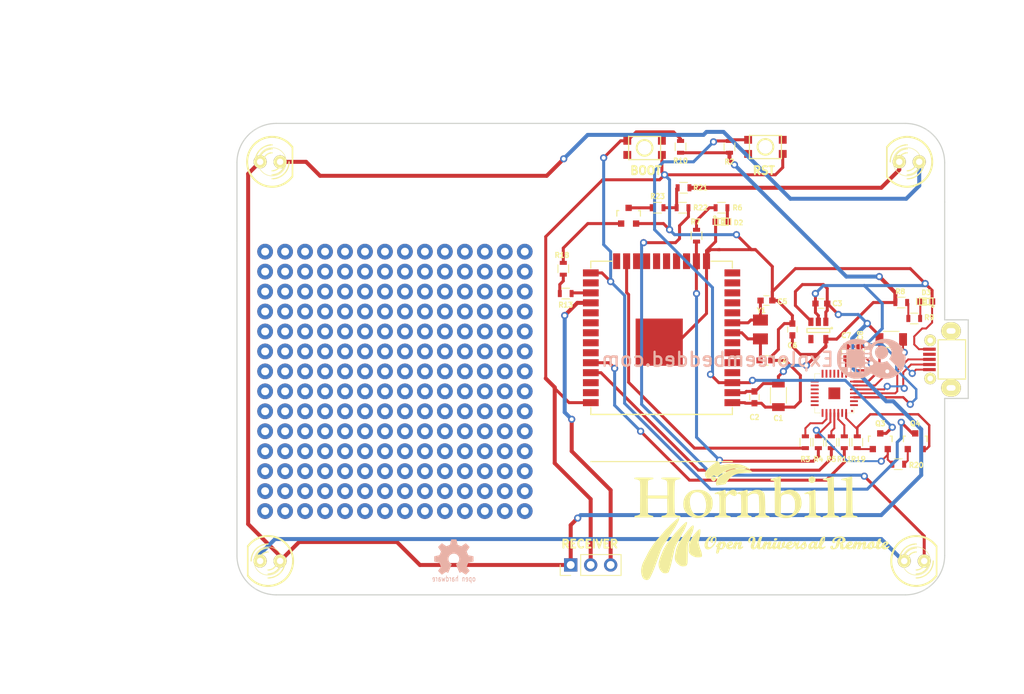
<source format=kicad_pcb>
(kicad_pcb (version 4) (host pcbnew "(2015-01-16 BZR 5376)-product")
  (layers (0 F.Cu signal) (31 B.Cu signal) (34 B.Paste user) (35 F.Paste user) (36 B.SilkS user) (37 F.SilkS user) (38 B.Mask user) (39 F.Mask user) (44 Edge.Cuts user))
  (net 0 "")
  (net 1 +3V3)
  (net 2 GND)
  (net 3 +5V)
  (net 4 "Net-(C4-Pad1)")
  (net 5 "Net-(C5-Pad1)")
  (net 6 "Net-(CON1-Pad1)")
  (net 7 "Net-(CON1-Pad2)")
  (net 8 "Net-(CON1-Pad3)")
  (net 9 "Net-(CON1-Pad4)")
  (net 10 "Net-(D10-Pad2)")
  (net 11 "Net-(D10-Pad1)")
  (net 12 /EN)
  (net 13 "Net-(M1-Pad4)")
  (net 14 "Net-(M1-Pad5)")
  (net 15 "Net-(M1-Pad6)")
  (net 16 "Net-(M1-Pad7)")
  (net 17 "Net-(M1-Pad10)")
  (net 18 "Net-(M1-Pad11)")
  (net 19 "Net-(M1-Pad12)")
  (net 20 "Net-(M1-Pad13)")
  (net 21 "Net-(M1-Pad14)")
  (net 22 /IO0)
  (net 23 "Net-(M1-Pad26)")
  (net 24 /IR_Tx)
  (net 25 /IR_Rx)
  (net 26 "Net-(M1-Pad29)")
  (net 27 "Net-(M1-Pad30)")
  (net 28 "Net-(M1-Pad31)")
  (net 29 "Net-(M1-Pad32)")
  (net 30 "Net-(M1-Pad33)")
  (net 31 /RXD0)
  (net 32 /TXD0)
  (net 33 "Net-(M1-Pad36)")
  (net 34 "Net-(M1-Pad37)")
  (net 35 /IO13)
  (net 36 "Net-(M1-Pad17)")
  (net 37 "Net-(M1-Pad18)")
  (net 38 "Net-(M1-Pad19)")
  (net 39 "Net-(M1-Pad20)")
  (net 40 "Net-(M1-Pad21)")
  (net 41 "Net-(M1-Pad22)")
  (net 42 /IO15)
  (net 43 "Net-(M1-Pad24)")
  (net 44 "Net-(Q2-Pad1)")
  (net 45 "Net-(Q2-Pad3)")
  (net 46 "Net-(Q3-Pad1)")
  (net 47 /RTS)
  (net 48 "Net-(Q4-Pad1)")
  (net 49 /DTR)
  (net 50 "Net-(D2-Pad2)")
  (net 51 "Net-(R6-Pad2)")
  (net 52 "Net-(R8-Pad1)")
  (net 53 "Net-(D3-Pad2)")
  (net 54 "Net-(R13-Pad2)")
  (net 55 "Net-(R21-Pad1)")
  (net 56 "Net-(U1-Pad4)")
  (net 57 "Net-(U9-Pad1)")
  (net 58 "Net-(U9-Pad9)")
  (net 59 "Net-(U9-Pad10)")
  (net 60 "Net-(U9-Pad11)")
  (net 61 "Net-(U9-Pad12)")
  (net 62 "Net-(U9-Pad13)")
  (net 63 "Net-(U9-Pad14)")
  (net 64 "Net-(U9-Pad15)")
  (net 65 "Net-(U9-Pad16)")
  (net 66 "Net-(U9-Pad17)")
  (net 67 "Net-(U9-Pad22)")
  (net 68 "Net-(D5-Pad2)")
  (net 69 "Net-(D9-Pad2)")
  (net 70 "Net-(P1-Pad1)")
  (net 71 "Net-(P1-Pad2)")
  (net 72 "Net-(P1-Pad3)")
  (net 73 "Net-(P1-Pad4)")
  (net 74 "Net-(P1-Pad5)")
  (net 75 "Net-(P1-Pad6)")
  (net 76 "Net-(P1-Pad7)")
  (net 77 "Net-(P1-Pad8)")
  (net 78 "Net-(P1-Pad9)")
  (net 79 "Net-(P1-Pad10)")
  (net 80 "Net-(P1-Pad11)")
  (net 81 "Net-(P1-Pad12)")
  (net 82 "Net-(P1-Pad13)")
  (net 83 "Net-(P1-Pad14)")
  (net 84 "Net-(P3-Pad1)")
  (net 85 "Net-(P3-Pad2)")
  (net 86 "Net-(P3-Pad3)")
  (net 87 "Net-(P3-Pad4)")
  (net 88 "Net-(P3-Pad5)")
  (net 89 "Net-(P3-Pad6)")
  (net 90 "Net-(P3-Pad7)")
  (net 91 "Net-(P3-Pad8)")
  (net 92 "Net-(P4-Pad1)")
  (net 93 "Net-(P4-Pad2)")
  (net 94 "Net-(P4-Pad3)")
  (net 95 "Net-(P4-Pad4)")
  (net 96 "Net-(P4-Pad5)")
  (net 97 "Net-(P4-Pad6)")
  (net 98 "Net-(P4-Pad7)")
  (net 99 "Net-(P4-Pad8)")
  (net 100 "Net-(P5-Pad1)")
  (net 101 "Net-(P5-Pad2)")
  (net 102 "Net-(P5-Pad3)")
  (net 103 "Net-(P5-Pad4)")
  (net 104 "Net-(P5-Pad5)")
  (net 105 "Net-(P5-Pad6)")
  (net 106 "Net-(P5-Pad7)")
  (net 107 "Net-(P5-Pad8)")
  (net 108 "Net-(P6-Pad1)")
  (net 109 "Net-(P6-Pad2)")
  (net 110 "Net-(P6-Pad3)")
  (net 111 "Net-(P6-Pad4)")
  (net 112 "Net-(P6-Pad5)")
  (net 113 "Net-(P6-Pad6)")
  (net 114 "Net-(P6-Pad7)")
  (net 115 "Net-(P6-Pad8)")
  (net 116 "Net-(P7-Pad1)")
  (net 117 "Net-(P7-Pad2)")
  (net 118 "Net-(P7-Pad3)")
  (net 119 "Net-(P7-Pad4)")
  (net 120 "Net-(P7-Pad5)")
  (net 121 "Net-(P7-Pad6)")
  (net 122 "Net-(P7-Pad7)")
  (net 123 "Net-(P7-Pad8)")
  (net 124 "Net-(P8-Pad1)")
  (net 125 "Net-(P8-Pad2)")
  (net 126 "Net-(P8-Pad3)")
  (net 127 "Net-(P8-Pad4)")
  (net 128 "Net-(P8-Pad5)")
  (net 129 "Net-(P8-Pad6)")
  (net 130 "Net-(P8-Pad7)")
  (net 131 "Net-(P8-Pad8)")
  (net 132 "Net-(P9-Pad1)")
  (net 133 "Net-(P9-Pad2)")
  (net 134 "Net-(P9-Pad3)")
  (net 135 "Net-(P9-Pad4)")
  (net 136 "Net-(P9-Pad5)")
  (net 137 "Net-(P9-Pad6)")
  (net 138 "Net-(P9-Pad7)")
  (net 139 "Net-(P9-Pad8)")
  (net 140 "Net-(P10-Pad1)")
  (net 141 "Net-(P10-Pad2)")
  (net 142 "Net-(P10-Pad3)")
  (net 143 "Net-(P10-Pad4)")
  (net 144 "Net-(P10-Pad5)")
  (net 145 "Net-(P10-Pad6)")
  (net 146 "Net-(P10-Pad7)")
  (net 147 "Net-(P10-Pad8)")
  (net 148 "Net-(P11-Pad1)")
  (net 149 "Net-(P11-Pad2)")
  (net 150 "Net-(P11-Pad3)")
  (net 151 "Net-(P11-Pad4)")
  (net 152 "Net-(P11-Pad5)")
  (net 153 "Net-(P11-Pad6)")
  (net 154 "Net-(P11-Pad7)")
  (net 155 "Net-(P11-Pad8)")
  (net 156 "Net-(P12-Pad1)")
  (net 157 "Net-(P12-Pad2)")
  (net 158 "Net-(P12-Pad3)")
  (net 159 "Net-(P12-Pad4)")
  (net 160 "Net-(P12-Pad5)")
  (net 161 "Net-(P12-Pad6)")
  (net 162 "Net-(P12-Pad7)")
  (net 163 "Net-(P12-Pad8)")
  (net 164 "Net-(P13-Pad1)")
  (net 165 "Net-(P13-Pad2)")
  (net 166 "Net-(P13-Pad3)")
  (net 167 "Net-(P13-Pad4)")
  (net 168 "Net-(P13-Pad5)")
  (net 169 "Net-(P13-Pad6)")
  (net 170 "Net-(P13-Pad7)")
  (net 171 "Net-(P13-Pad8)")
  (net 172 "Net-(P14-Pad1)")
  (net 173 "Net-(P14-Pad2)")
  (net 174 "Net-(P14-Pad3)")
  (net 175 "Net-(P14-Pad4)")
  (net 176 "Net-(P14-Pad5)")
  (net 177 "Net-(P14-Pad6)")
  (net 178 "Net-(P14-Pad7)")
  (net 179 "Net-(P14-Pad8)")
  (net 180 "Net-(P15-Pad1)")
  (net 181 "Net-(P15-Pad2)")
  (net 182 "Net-(P15-Pad3)")
  (net 183 "Net-(P15-Pad4)")
  (net 184 "Net-(P15-Pad5)")
  (net 185 "Net-(P15-Pad6)")
  (net 186 "Net-(P15-Pad7)")
  (net 187 "Net-(P15-Pad8)")
  (net 188 "Net-(P3-Pad9)")
  (net 189 "Net-(P3-Pad10)")
  (net 190 "Net-(P3-Pad11)")
  (net 191 "Net-(P3-Pad12)")
  (net 192 "Net-(P3-Pad13)")
  (net 193 "Net-(P3-Pad14)")
  (net 194 "Net-(P4-Pad9)")
  (net 195 "Net-(P4-Pad10)")
  (net 196 "Net-(P4-Pad11)")
  (net 197 "Net-(P4-Pad12)")
  (net 198 "Net-(P4-Pad13)")
  (net 199 "Net-(P4-Pad14)")
  (net 200 "Net-(P5-Pad9)")
  (net 201 "Net-(P5-Pad10)")
  (net 202 "Net-(P5-Pad11)")
  (net 203 "Net-(P5-Pad12)")
  (net 204 "Net-(P5-Pad13)")
  (net 205 "Net-(P5-Pad14)")
  (net 206 "Net-(P6-Pad9)")
  (net 207 "Net-(P6-Pad10)")
  (net 208 "Net-(P6-Pad11)")
  (net 209 "Net-(P6-Pad12)")
  (net 210 "Net-(P6-Pad13)")
  (net 211 "Net-(P6-Pad14)")
  (net 212 "Net-(P7-Pad9)")
  (net 213 "Net-(P7-Pad10)")
  (net 214 "Net-(P7-Pad11)")
  (net 215 "Net-(P7-Pad12)")
  (net 216 "Net-(P7-Pad13)")
  (net 217 "Net-(P7-Pad14)")
  (net 218 "Net-(P8-Pad9)")
  (net 219 "Net-(P8-Pad10)")
  (net 220 "Net-(P8-Pad11)")
  (net 221 "Net-(P8-Pad12)")
  (net 222 "Net-(P8-Pad13)")
  (net 223 "Net-(P8-Pad14)")
  (net 224 "Net-(P9-Pad9)")
  (net 225 "Net-(P9-Pad10)")
  (net 226 "Net-(P9-Pad11)")
  (net 227 "Net-(P9-Pad12)")
  (net 228 "Net-(P9-Pad13)")
  (net 229 "Net-(P9-Pad14)")
  (net 230 "Net-(P10-Pad9)")
  (net 231 "Net-(P10-Pad10)")
  (net 232 "Net-(P10-Pad11)")
  (net 233 "Net-(P10-Pad12)")
  (net 234 "Net-(P10-Pad13)")
  (net 235 "Net-(P10-Pad14)")
  (net 236 "Net-(P11-Pad9)")
  (net 237 "Net-(P11-Pad10)")
  (net 238 "Net-(P11-Pad11)")
  (net 239 "Net-(P11-Pad12)")
  (net 240 "Net-(P11-Pad13)")
  (net 241 "Net-(P11-Pad14)")
  (net 242 "Net-(P12-Pad9)")
  (net 243 "Net-(P12-Pad10)")
  (net 244 "Net-(P12-Pad11)")
  (net 245 "Net-(P12-Pad12)")
  (net 246 "Net-(P12-Pad13)")
  (net 247 "Net-(P12-Pad14)")
  (net 248 "Net-(P13-Pad9)")
  (net 249 "Net-(P13-Pad10)")
  (net 250 "Net-(P13-Pad11)")
  (net 251 "Net-(P13-Pad12)")
  (net 252 "Net-(P13-Pad13)")
  (net 253 "Net-(P13-Pad14)")
  (net 254 "Net-(P14-Pad9)")
  (net 255 "Net-(P14-Pad10)")
  (net 256 "Net-(P14-Pad11)")
  (net 257 "Net-(P14-Pad12)")
  (net 258 "Net-(P14-Pad13)")
  (net 259 "Net-(P14-Pad14)")
  (net 260 "Net-(P15-Pad9)")
  (net 261 "Net-(P15-Pad10)")
  (net 262 "Net-(P15-Pad11)")
  (net 263 "Net-(P15-Pad12)")
  (net 264 "Net-(P15-Pad13)")
  (net 265 "Net-(P15-Pad14)")
  (net 266 "Net-(C8-Pad1)")
  (net 267 "Net-(R3-Pad2)")
  (net 268 "Net-(R5-Pad2)")
  (net 269 "Net-(R11-Pad2)")
  (net 270 "Net-(U9-Pad2)")
  (net 271 "Net-(U9-Pad27)")
  (net 272 "Net-(U9-Pad21)")
  (net 273 "Net-(U9-Pad20)")
  (net 274 "Net-(U9-Pad18)")
  (module Explore:LED-0603_NEW (layer F.Cu) (at 126.619 80.01)
    (fp_text reference D2 (at 2.159 0.127) (layer F.SilkS) (effects (font (size 0.6 0.6))))
    (fp_text value Blue hide)
    (pad 1 smd rect (at -0.7493 0) (size 0.79756 0.79756) (layers F.Cu F.Paste F.Mask) (net 2 GND))
    (pad 2 smd rect (at 0.7493 0) (size 0.79756 0.79756) (layers F.Cu F.Paste F.Mask) (net 50 "Net-(D2-Pad2)"))
  )
  (module Explore:LED-0603_NEW (layer F.Cu) (at 152.654 90.17 180)
    (fp_text reference D3 (at 0 1.143 180) (layer F.SilkS) (effects (font (size 0.6 0.6))))
    (fp_text value LED hide)
    (pad 1 smd rect (at -0.7493 0 180) (size 0.79756 0.79756) (layers F.Cu F.Paste F.Mask) (net 2 GND))
    (pad 2 smd rect (at 0.7493 0 180) (size 0.79756 0.79756) (layers F.Cu F.Paste F.Mask) (net 53 "Net-(D3-Pad2)"))
  )
  (module Capacitors_SMD:C_1206 (layer F.Cu) (at 133.858 102.108 270)
    (fp_text reference C1 (at 2.921 0 360) (layer F.SilkS) (effects (font (size 0.635 0.635))))
    (fp_text value 100uF)
    (pad 1 smd rect (at -1.5 0 270) (size 1 1.6) (layers F.Cu F.Paste F.Mask) (net 1 +3V3))
    (pad 2 smd rect (at 1.5 0 270) (size 1 1.6) (layers F.Cu F.Paste F.Mask) (net 2 GND))
  )
  (module Capacitors_SMD:C_0603 (layer F.Cu) (at 130.81 102.362 270)
    (fp_text reference C2 (at 2.54 0 360) (layer F.SilkS) (effects (font (size 0.635 0.635))))
    (fp_text value 100nF)
    (pad 1 smd rect (at -0.75 0 270) (size 0.8 0.75) (layers F.Cu F.Paste F.Mask) (net 1 +3V3))
    (pad 2 smd rect (at 0.75 0 270) (size 0.8 0.75) (layers F.Cu F.Paste F.Mask) (net 2 GND))
  )
  (module Capacitors_SMD:C_0603 (layer F.Cu) (at 139.319 90.424 180)
    (fp_text reference C3 (at -2.032 0 180) (layer F.SilkS) (effects (font (size 0.635 0.635))))
    (fp_text value 1uF)
    (pad 1 smd rect (at -0.75 0 180) (size 0.8 0.75) (layers F.Cu F.Paste F.Mask) (net 3 +5V))
    (pad 2 smd rect (at 0.75 0 180) (size 0.8 0.75) (layers F.Cu F.Paste F.Mask) (net 2 GND))
  )
  (module Capacitors_SMD:C_0603 (layer F.Cu) (at 132.207 97.663)
    (fp_text reference C4 (at 2.159 0.127) (layer F.SilkS) (effects (font (size 0.635 0.635))))
    (fp_text value 15pF)
    (pad 1 smd rect (at -0.75 0) (size 0.8 0.75) (layers F.Cu F.Paste F.Mask) (net 4 "Net-(C4-Pad1)"))
    (pad 2 smd rect (at 0.75 0) (size 0.8 0.75) (layers F.Cu F.Paste F.Mask) (net 2 GND))
  )
  (module Capacitors_SMD:C_0603 (layer F.Cu) (at 132.334 90.043)
    (fp_text reference C5 (at 2.032 0.127) (layer F.SilkS) (effects (font (size 0.635 0.635))))
    (fp_text value 15pF)
    (pad 1 smd rect (at -0.75 0) (size 0.8 0.75) (layers F.Cu F.Paste F.Mask) (net 5 "Net-(C5-Pad1)"))
    (pad 2 smd rect (at 0.75 0) (size 0.8 0.75) (layers F.Cu F.Paste F.Mask) (net 2 GND))
  )
  (module Capacitors_SMD:C_0603 (layer F.Cu) (at 135.636 93.726 90)
    (fp_text reference C6 (at -2.032 0 180) (layer F.SilkS) (effects (font (size 0.635 0.635))))
    (fp_text value 2.2uF)
    (pad 1 smd rect (at -0.75 0 90) (size 0.8 0.75) (layers F.Cu F.Paste F.Mask) (net 1 +3V3))
    (pad 2 smd rect (at 0.75 0 90) (size 0.8 0.75) (layers F.Cu F.Paste F.Mask) (net 2 GND))
  )
  (module Capacitors_SMD:C_0603 (layer F.Cu) (at 144.145 96.647 90)
    (fp_text reference C8 (at 2.159 0.127 90) (layer F.SilkS) (effects (font (size 0.635 0.635))))
    (fp_text value 0.1uF)
    (pad 1 smd rect (at -0.75 0 90) (size 0.8 0.75) (layers F.Cu F.Paste F.Mask) (net 266 "Net-(C8-Pad1)"))
    (pad 2 smd rect (at 0.75 0 90) (size 0.8 0.75) (layers F.Cu F.Paste F.Mask) (net 2 GND))
  )
  (module Explore:USB_Micro-B_SMD_NEW_1 (layer F.Cu) (at 153.162 97.536 180)
    (fp_text reference CON1 hide)
    (fp_text value USB-MINI-B hide)
    (pad 1 smd rect (at 0.1 -1.3 180) (size 1.6 0.4) (layers F.Cu F.Paste F.Mask) (net 6 "Net-(CON1-Pad1)"))
    (pad 2 smd rect (at 0.1 -0.65 180) (size 1.6 0.4) (layers F.Cu F.Paste F.Mask) (net 7 "Net-(CON1-Pad2)"))
    (pad 3 smd rect (at 0.1 0 180) (size 1.6 0.4) (layers F.Cu F.Paste F.Mask) (net 8 "Net-(CON1-Pad3)"))
    (pad 4 smd rect (at 0.1 0.65 180) (size 1.6 0.4) (layers F.Cu F.Paste F.Mask) (net 9 "Net-(CON1-Pad4)"))
    (pad 5 smd rect (at 0.1 1.3 180) (size 1.6 0.4) (layers F.Cu F.Paste F.Mask) (net 2 GND))
    (pad "" thru_hole circle (at 0 -2.425 180) (size 1.5 1.5) (drill 0.71) (layers *.Cu *.Mask F.SilkS))
    (pad "" thru_hole oval (at -2.65 -3.625 180) (size 2.5 2.2) (drill oval 1.15 0.72) (layers *.Cu *.Mask F.SilkS))
    (pad "" thru_hole circle (at 0 2.425 180) (size 1.5 1.5) (drill 0.71) (layers *.Cu *.Mask F.SilkS))
    (pad "" thru_hole oval (at -2.65 3.625 180) (size 2.5 2.2) (drill oval 1.15 0.72) (layers *.Cu *.Mask F.SilkS))
  )
  (module Explore:LED-5MM (layer F.Cu) (at 69.215 72.39)
    (fp_text reference D5 hide)
    (fp_text value LED hide)
    (pad 1 thru_hole circle (at -1.27 0) (size 1.6764 1.6764) (drill 0.8128) (layers *.Cu *.Mask F.SilkS) (net 3 +5V))
    (pad 2 thru_hole circle (at 1.27 0) (size 1.6764 1.6764) (drill 0.8128) (layers *.Cu *.Mask F.SilkS) (net 68 "Net-(D5-Pad2)"))
  )
  (module Explore:LED-5MM (layer F.Cu) (at 69.215 123.19 180)
    (fp_text reference D6 hide)
    (fp_text value LED hide)
    (pad 1 thru_hole circle (at -1.27 0 180) (size 1.6764 1.6764) (drill 0.8128) (layers *.Cu *.Mask F.SilkS) (net 3 +5V))
    (pad 2 thru_hole circle (at 1.27 0 180) (size 1.6764 1.6764) (drill 0.8128) (layers *.Cu *.Mask F.SilkS) (net 11 "Net-(D10-Pad1)"))
  )
  (module Explore:LED-5MM (layer F.Cu) (at 150.495 72.39 180)
    (fp_text reference D9 hide)
    (fp_text value LED hide)
    (pad 1 thru_hole circle (at -1.27 0 180) (size 1.6764 1.6764) (drill 0.8128) (layers *.Cu *.Mask F.SilkS) (net 68 "Net-(D5-Pad2)"))
    (pad 2 thru_hole circle (at 1.27 0 180) (size 1.6764 1.6764) (drill 0.8128) (layers *.Cu *.Mask F.SilkS) (net 69 "Net-(D9-Pad2)"))
  )
  (module Explore:LED-5MM (layer F.Cu) (at 151.13 123.19)
    (fp_text reference D10 hide)
    (fp_text value LED hide)
    (pad 1 thru_hole circle (at -1.27 0) (size 1.6764 1.6764) (drill 0.8128) (layers *.Cu *.Mask F.SilkS) (net 11 "Net-(D10-Pad1)"))
    (pad 2 thru_hole circle (at 1.27 0) (size 1.6764 1.6764) (drill 0.8128) (layers *.Cu *.Mask F.SilkS) (net 10 "Net-(D10-Pad2)"))
  )
  (module Explore:ESP-32S (layer F.Cu) (at 118.999 97.79 180)
    (fp_text reference M1 hide)
    (fp_text value ESP-WROOM-32 hide)
    (pad 1 smd rect (at -9 -5.25 180) (size 2 0.9) (layers F.Cu F.Paste F.Mask) (net 2 GND))
    (pad 2 smd rect (at -9 -3.98 180) (size 2 0.9) (layers F.Cu F.Paste F.Mask) (net 1 +3V3))
    (pad 3 smd rect (at -9 -2.71 180) (size 2 0.9) (layers F.Cu F.Paste F.Mask) (net 12 /EN))
    (pad 4 smd rect (at -9 -1.44 180) (size 2 0.9) (layers F.Cu F.Paste F.Mask) (net 13 "Net-(M1-Pad4)"))
    (pad 5 smd rect (at -9 -0.17 180) (size 2 0.9) (layers F.Cu F.Paste F.Mask) (net 14 "Net-(M1-Pad5)"))
    (pad 6 smd rect (at -9 1.1 180) (size 2 0.9) (layers F.Cu F.Paste F.Mask) (net 15 "Net-(M1-Pad6)"))
    (pad 7 smd rect (at -9 2.37 180) (size 2 0.9) (layers F.Cu F.Paste F.Mask) (net 16 "Net-(M1-Pad7)"))
    (pad 8 smd rect (at -9 3.64 180) (size 2 0.9) (layers F.Cu F.Paste F.Mask) (net 4 "Net-(C4-Pad1)"))
    (pad 9 smd rect (at -9 4.91 180) (size 2 0.9) (layers F.Cu F.Paste F.Mask) (net 5 "Net-(C5-Pad1)"))
    (pad 10 smd rect (at -9 6.18 180) (size 2 0.9) (layers F.Cu F.Paste F.Mask) (net 17 "Net-(M1-Pad10)"))
    (pad 11 smd rect (at -9 7.45 180) (size 2 0.9) (layers F.Cu F.Paste F.Mask) (net 18 "Net-(M1-Pad11)"))
    (pad 12 smd rect (at -9 8.72 180) (size 2 0.9) (layers F.Cu F.Paste F.Mask) (net 19 "Net-(M1-Pad12)"))
    (pad 13 smd rect (at -9 9.99 180) (size 2 0.9) (layers F.Cu F.Paste F.Mask) (net 20 "Net-(M1-Pad13)"))
    (pad 14 smd rect (at -9 11.26 180) (size 2 0.9) (layers F.Cu F.Paste F.Mask) (net 21 "Net-(M1-Pad14)"))
    (pad 38 smd rect (at 9 -5.25 180) (size 2 0.9) (layers F.Cu F.Paste F.Mask) (net 2 GND))
    (pad 25 smd rect (at 9 11.26 180) (size 2 0.9) (layers F.Cu F.Paste F.Mask) (net 22 /IO0))
    (pad 26 smd rect (at 9 9.99 180) (size 2 0.9) (layers F.Cu F.Paste F.Mask) (net 23 "Net-(M1-Pad26)"))
    (pad 27 smd rect (at 9 8.72 180) (size 2 0.9) (layers F.Cu F.Paste F.Mask) (net 24 /IR_Tx))
    (pad 28 smd rect (at 9 7.45 180) (size 2 0.9) (layers F.Cu F.Paste F.Mask) (net 25 /IR_Rx))
    (pad 29 smd rect (at 9 6.18 180) (size 2 0.9) (layers F.Cu F.Paste F.Mask) (net 26 "Net-(M1-Pad29)"))
    (pad 30 smd rect (at 9 4.91 180) (size 2 0.9) (layers F.Cu F.Paste F.Mask) (net 27 "Net-(M1-Pad30)"))
    (pad 31 smd rect (at 9 3.64 180) (size 2 0.9) (layers F.Cu F.Paste F.Mask) (net 28 "Net-(M1-Pad31)"))
    (pad 32 smd rect (at 9 2.37 180) (size 2 0.9) (layers F.Cu F.Paste F.Mask) (net 29 "Net-(M1-Pad32)"))
    (pad 33 smd rect (at 9 1.1 180) (size 2 0.9) (layers F.Cu F.Paste F.Mask) (net 30 "Net-(M1-Pad33)"))
    (pad 34 smd rect (at 9 -0.17 180) (size 2 0.9) (layers F.Cu F.Paste F.Mask) (net 31 /RXD0))
    (pad 35 smd rect (at 9 -1.44 180) (size 2 0.9) (layers F.Cu F.Paste F.Mask) (net 32 /TXD0))
    (pad 36 smd rect (at 9 -2.71 180) (size 2 0.9) (layers F.Cu F.Paste F.Mask) (net 33 "Net-(M1-Pad36)"))
    (pad 37 smd rect (at 9 -3.98 180) (size 2 0.9) (layers F.Cu F.Paste F.Mask) (net 34 "Net-(M1-Pad37)"))
    (pad 15 smd rect (at -5.715 12.75 270) (size 2 0.9) (layers F.Cu F.Paste F.Mask) (net 2 GND))
    (pad 16 smd rect (at -4.43 12.75 270) (size 2 0.9) (layers F.Cu F.Paste F.Mask) (net 35 /IO13))
    (pad 17 smd rect (at -3.175 12.75 270) (size 2 0.9) (layers F.Cu F.Paste F.Mask) (net 36 "Net-(M1-Pad17)"))
    (pad 18 smd rect (at -1.905 12.75 270) (size 2 0.9) (layers F.Cu F.Paste F.Mask) (net 37 "Net-(M1-Pad18)"))
    (pad 19 smd rect (at -0.635 12.75 270) (size 2 0.9) (layers F.Cu F.Paste F.Mask) (net 38 "Net-(M1-Pad19)"))
    (pad 20 smd rect (at 0.635 12.75 270) (size 2 0.9) (layers F.Cu F.Paste F.Mask) (net 39 "Net-(M1-Pad20)"))
    (pad 21 smd rect (at 1.905 12.75 270) (size 2 0.9) (layers F.Cu F.Paste F.Mask) (net 40 "Net-(M1-Pad21)"))
    (pad 22 smd rect (at 3.175 12.75 270) (size 2 0.9) (layers F.Cu F.Paste F.Mask) (net 41 "Net-(M1-Pad22)"))
    (pad 23 smd rect (at 4.445 12.75 270) (size 2 0.9) (layers F.Cu F.Paste F.Mask) (net 42 /IO15))
    (pad 24 smd rect (at 5.715 12.75 270) (size 2 0.9) (layers F.Cu F.Paste F.Mask) (net 43 "Net-(M1-Pad24)"))
    (pad 1 smd rect (at 0.3 2.45 270) (size 6 6) (layers F.Cu F.Paste F.Mask) (net 2 GND))
  )
  (module Pin_Headers:Pin_Header_Straight_1x03_Pitch2.54mm (layer F.Cu) (at 107.442 123.698 90)
    (fp_text reference P2 hide)
    (fp_text value CONN_01X03)
    (pad 1 thru_hole rect (at 0 0 90) (size 1.7 1.7) (drill 1) (layers *.Cu *.Mask) (net 3 +5V))
    (pad 2 thru_hole oval (at 0 2.54 90) (size 1.7 1.7) (drill 1) (layers *.Cu *.Mask) (net 2 GND))
    (pad 3 thru_hole oval (at 0 5.08 90) (size 1.7 1.7) (drill 1) (layers *.Cu *.Mask) (net 25 /IR_Rx))
  )
  (module Resistors_SMD:R_0603 (layer F.Cu) (at 127.635 70.485 90)
    (fp_text reference R2 (at -1.905 0 180) (layer F.SilkS) (effects (font (size 0.635 0.635))))
    (fp_text value 10K)
    (pad 1 smd rect (at -0.75 0 90) (size 0.5 0.9) (layers F.Cu F.Paste F.Mask) (net 1 +3V3))
    (pad 2 smd rect (at 0.75 0 90) (size 0.5 0.9) (layers F.Cu F.Paste F.Mask) (net 12 /EN))
  )
  (module Resistors_SMD:R_0603 (layer F.Cu) (at 126.619 78.232 180)
    (fp_text reference R6 (at -2.032 0 180) (layer F.SilkS) (effects (font (size 0.635 0.635))))
    (fp_text value 1K)
    (pad 1 smd rect (at -0.75 0 180) (size 0.5 0.9) (layers F.Cu F.Paste F.Mask) (net 50 "Net-(D2-Pad2)"))
    (pad 2 smd rect (at 0.75 0 180) (size 0.5 0.9) (layers F.Cu F.Paste F.Mask) (net 51 "Net-(R6-Pad2)"))
  )
  (module Resistors_SMD:R_0603 (layer F.Cu) (at 123.444 81.788 90)
    (fp_text reference R7 (at 1.778 -0.127 180) (layer F.SilkS) (effects (font (size 0.635 0.635))))
    (fp_text value 0E)
    (pad 1 smd rect (at -0.75 0 90) (size 0.5 0.9) (layers F.Cu F.Paste F.Mask) (net 35 /IO13))
    (pad 2 smd rect (at 0.75 0 90) (size 0.5 0.9) (layers F.Cu F.Paste F.Mask) (net 51 "Net-(R6-Pad2)"))
  )
  (module Resistors_SMD:R_0603 (layer F.Cu) (at 149.479 90.297 180)
    (fp_text reference R8 (at 0.127 1.397 180) (layer F.SilkS) (effects (font (size 0.635 0.635))))
    (fp_text value 0E)
    (pad 1 smd rect (at -0.75 0 180) (size 0.5 0.9) (layers F.Cu F.Paste F.Mask) (net 52 "Net-(R8-Pad1)"))
    (pad 2 smd rect (at 0.75 0 180) (size 0.5 0.9) (layers F.Cu F.Paste F.Mask) (net 1 +3V3))
  )
  (module Resistors_SMD:R_0603 (layer F.Cu) (at 151.13 92.329 180)
    (fp_text reference R9 (at -1.905 0.127 180) (layer F.SilkS) (effects (font (size 0.635 0.635))))
    (fp_text value 1K)
    (pad 1 smd rect (at -0.75 0 180) (size 0.5 0.9) (layers F.Cu F.Paste F.Mask) (net 53 "Net-(D3-Pad2)"))
    (pad 2 smd rect (at 0.75 0 180) (size 0.5 0.9) (layers F.Cu F.Paste F.Mask) (net 52 "Net-(R8-Pad1)"))
  )
  (module Resistors_SMD:R_0603 (layer F.Cu) (at 121.412 70.485 90)
    (fp_text reference R10 (at -1.778 0 180) (layer F.SilkS) (effects (font (size 0.635 0.635))))
    (fp_text value 10K)
    (pad 1 smd rect (at -0.75 0 90) (size 0.5 0.9) (layers F.Cu F.Paste F.Mask) (net 1 +3V3))
    (pad 2 smd rect (at 0.75 0 90) (size 0.5 0.9) (layers F.Cu F.Paste F.Mask) (net 22 /IO0))
  )
  (module Resistors_SMD:R_0603 (layer F.Cu) (at 106.807 89.154 180)
    (fp_text reference R13 (at 0 -1.45 180) (layer F.SilkS) (effects (font (size 0.635 0.635))))
    (fp_text value 0R)
    (pad 1 smd rect (at -0.75 0 180) (size 0.5 0.9) (layers F.Cu F.Paste F.Mask) (net 24 /IR_Tx))
    (pad 2 smd rect (at 0.75 0 180) (size 0.5 0.9) (layers F.Cu F.Paste F.Mask) (net 54 "Net-(R13-Pad2)"))
  )
  (module Resistors_SMD:R_0603 (layer F.Cu) (at 106.5 86 90)
    (fp_text reference R18 (at 1.733 -0.172 180) (layer F.SilkS) (effects (font (size 0.635 0.635))))
    (fp_text value 680R)
    (pad 1 smd rect (at -0.75 0 90) (size 0.5 0.9) (layers F.Cu F.Paste F.Mask) (net 54 "Net-(R13-Pad2)"))
    (pad 2 smd rect (at 0.75 0 90) (size 0.5 0.9) (layers F.Cu F.Paste F.Mask) (net 44 "Net-(Q2-Pad1)"))
  )
  (module Resistors_SMD:R_0603 (layer F.Cu) (at 143.891 108.077 90)
    (fp_text reference R19 (at -2.159 0.127 180) (layer F.SilkS) (effects (font (size 0.635 0.635))))
    (fp_text value 12K)
    (pad 1 smd rect (at -0.75 0 90) (size 0.5 0.9) (layers F.Cu F.Paste F.Mask) (net 46 "Net-(Q3-Pad1)"))
    (pad 2 smd rect (at 0.75 0 90) (size 0.5 0.9) (layers F.Cu F.Paste F.Mask) (net 49 /DTR))
  )
  (module Resistors_SMD:R_0603 (layer F.Cu) (at 149.098 110.871 180)
    (fp_text reference R20 (at -2.286 -0.127 180) (layer F.SilkS) (effects (font (size 0.635 0.635))))
    (fp_text value 12K)
    (pad 1 smd rect (at -0.75 0 180) (size 0.5 0.9) (layers F.Cu F.Paste F.Mask) (net 48 "Net-(Q4-Pad1)"))
    (pad 2 smd rect (at 0.75 0 180) (size 0.5 0.9) (layers F.Cu F.Paste F.Mask) (net 47 /RTS))
  )
  (module Resistors_SMD:R_0603 (layer F.Cu) (at 121.793 75.692)
    (fp_text reference R21 (at 2.159 0) (layer F.SilkS) (effects (font (size 0.635 0.635))))
    (fp_text value 47R)
    (pad 1 smd rect (at -0.75 0) (size 0.5 0.9) (layers F.Cu F.Paste F.Mask) (net 55 "Net-(R21-Pad1)"))
    (pad 2 smd rect (at 0.75 0) (size 0.5 0.9) (layers F.Cu F.Paste F.Mask) (net 69 "Net-(D9-Pad2)"))
  )
  (module Resistors_SMD:R_0603 (layer F.Cu) (at 121.666 78.232)
    (fp_text reference R22 (at 2.286 0) (layer F.SilkS) (effects (font (size 0.635 0.635))))
    (fp_text value 47R)
    (pad 1 smd rect (at -0.75 0) (size 0.5 0.9) (layers F.Cu F.Paste F.Mask) (net 55 "Net-(R21-Pad1)"))
    (pad 2 smd rect (at 0.75 0) (size 0.5 0.9) (layers F.Cu F.Paste F.Mask) (net 10 "Net-(D10-Pad2)"))
  )
  (module Resistors_SMD:R_0603 (layer F.Cu) (at 118.491 78.232)
    (fp_text reference R23 (at 0 -1.45) (layer F.SilkS) (effects (font (size 0.635 0.635))))
    (fp_text value 0R)
    (pad 1 smd rect (at -0.75 0) (size 0.5 0.9) (layers F.Cu F.Paste F.Mask) (net 45 "Net-(Q2-Pad3)"))
    (pad 2 smd rect (at 0.75 0) (size 0.5 0.9) (layers F.Cu F.Paste F.Mask) (net 55 "Net-(R21-Pad1)"))
  )
  (module Explore:smd_push2_New (layer F.Cu) (at 132.207 70.485)
    (fp_text reference SW1 hide)
    (fp_text value SW_PUSH hide)
    (pad 1 smd rect (at -2.2 -0.9) (size 1.00076 1.00076) (layers F.Cu F.Paste F.Mask) (net 12 /EN))
    (pad 2 smd rect (at 2.2 0.9) (size 1.00076 1.00076) (layers F.Cu F.Paste F.Mask) (net 2 GND))
    (pad 3 smd rect (at -2.2 0.9) (size 1.00076 1.00076) (layers F.Cu F.Paste F.Mask))
    (pad 4 smd rect (at 2.2 -0.9) (size 1.00076 1.00076) (layers F.Cu F.Paste F.Mask))
  )
  (module Explore:smd_push2_New (layer F.Cu) (at 116.84 70.612)
    (fp_text reference SW2 hide)
    (fp_text value SW_PUSH hide)
    (pad 1 smd rect (at -2.2 -0.9) (size 1.00076 1.00076) (layers F.Cu F.Paste F.Mask) (net 22 /IO0))
    (pad 2 smd rect (at 2.2 0.9) (size 1.00076 1.00076) (layers F.Cu F.Paste F.Mask) (net 2 GND))
    (pad 3 smd rect (at -2.2 0.9) (size 1.00076 1.00076) (layers F.Cu F.Paste F.Mask))
    (pad 4 smd rect (at 2.2 -0.9) (size 1.00076 1.00076) (layers F.Cu F.Paste F.Mask))
  )
  (module Explore:SOT-23-5 (layer F.Cu) (at 138.938 93.853 270)
    (fp_text reference U1 hide)
    (fp_text value AP2112K hide)
    (pad 1 smd rect (at -1.1 -0.95 270) (size 1.06 0.65) (layers F.Cu F.Paste F.Mask) (net 3 +5V))
    (pad 2 smd rect (at -1.1 0 270) (size 1.06 0.65) (layers F.Cu F.Paste F.Mask) (net 2 GND))
    (pad 3 smd rect (at -1.1 0.95 270) (size 1.06 0.65) (layers F.Cu F.Paste F.Mask) (net 3 +5V))
    (pad 4 smd rect (at 1.1 0.95 270) (size 1.06 0.65) (layers F.Cu F.Paste F.Mask) (net 56 "Net-(U1-Pad4)"))
    (pad 5 smd rect (at 1.1 -0.95 270) (size 1.06 0.65) (layers F.Cu F.Paste F.Mask) (net 1 +3V3))
  )
  (module Explore:Logo_silk_OSHW_6x6mm (layer B.Cu) (at 92.583 122.682 180)
    (fp_text reference U2 hide)
    (fp_text value OSH_Symbol hide)
  )
  (module Logo:Logo_8 (layer B.Cu) (at 145.796 97.409 180)
    (fp_text reference U4 hide)
    (fp_text value EE_Logo hide)
  )
  (module Mounting_Holes:MountingHole_2.5mm (layer F.Cu) (at 140 125)
    (fp_text reference U5 hide)
    (fp_text value MountingHole)
    (pad 1 np_thru_hole circle (at 0 0) (size 2.5 2.5) (drill 2.5) (layers *.Cu *.Mask))
  )
  (module Mounting_Holes:MountingHole_2.5mm (layer F.Cu) (at 140 70)
    (fp_text reference U6 hide)
    (fp_text value MountingHole)
    (pad 1 np_thru_hole circle (at 0 0) (size 2.5 2.5) (drill 2.5) (layers *.Cu *.Mask))
  )
  (module Mounting_Holes:MountingHole_2.5mm (layer F.Cu) (at 80 125)
    (fp_text reference U7 hide)
    (fp_text value MountingHole)
    (pad 1 np_thru_hole circle (at 0 0) (size 2.5 2.5) (drill 2.5) (layers *.Cu *.Mask))
  )
  (module Mounting_Holes:MountingHole_2.5mm (layer F.Cu) (at 80 70)
    (fp_text reference U8 hide)
    (fp_text value MountingHole)
    (pad 1 np_thru_hole circle (at 0 0) (size 2.5 2.5) (drill 2.5) (layers *.Cu *.Mask))
  )
  (module Explore:SMD_RTC_Crstl (layer F.Cu) (at 131.572 93.726 90)
    (fp_text reference Y1 (at 2.413 0.127 180) (layer F.SilkS) (effects (font (size 0.635 0.635))))
    (fp_text value "32.768KHz RTC Crystal" hide)
    (pad 1 smd rect (at -1.2 0 90) (size 1.4 1.9) (layers F.Cu F.Paste F.Mask) (net 4 "Net-(C4-Pad1)"))
    (pad 2 smd rect (at 1.2 0 90) (size 1.4 1.9) (layers F.Cu F.Paste F.Mask) (net 5 "Net-(C5-Pad1)"))
  )
  (module Explore:SOT-23 (layer F.Cu) (at 114.808 79.248)
    (fp_text reference Q2 hide)
    (fp_text value Q_NPN_BEC hide)
    (pad 1 smd rect (at -0.95 1.00076) (size 0.8001 0.8001) (layers F.Cu F.Paste F.Mask) (net 44 "Net-(Q2-Pad1)"))
    (pad 2 smd rect (at 0.95 1.00076) (size 0.8001 0.8001) (layers F.Cu F.Paste F.Mask) (net 2 GND))
    (pad 3 smd rect (at 0 -0.99822) (size 0.8001 0.8001) (layers F.Cu F.Paste F.Mask) (net 45 "Net-(Q2-Pad3)"))
  )
  (module Explore:SOT-23 (layer F.Cu) (at 146.812 107.95)
    (fp_text reference Q3 (at 0 -2.25) (layer F.SilkS) (effects (font (size 0.635 0.635))))
    (fp_text value S8050 hide)
    (pad 1 smd rect (at -0.95 1.00076) (size 0.8001 0.8001) (layers F.Cu F.Paste F.Mask) (net 46 "Net-(Q3-Pad1)"))
    (pad 2 smd rect (at 0.95 1.00076) (size 0.8001 0.8001) (layers F.Cu F.Paste F.Mask) (net 47 /RTS))
    (pad 3 smd rect (at 0 -0.99822) (size 0.8001 0.8001) (layers F.Cu F.Paste F.Mask) (net 12 /EN))
  )
  (module Explore:SOT-23 (layer F.Cu) (at 151.257 107.95)
    (fp_text reference Q4 (at 0 -2.25) (layer F.SilkS) (effects (font (size 0.635 0.635))))
    (fp_text value S8050 hide)
    (pad 1 smd rect (at -0.95 1.00076) (size 0.8001 0.8001) (layers F.Cu F.Paste F.Mask) (net 48 "Net-(Q4-Pad1)"))
    (pad 2 smd rect (at 0.95 1.00076) (size 0.8001 0.8001) (layers F.Cu F.Paste F.Mask) (net 49 /DTR))
    (pad 3 smd rect (at 0 -0.99822) (size 0.8001 0.8001) (layers F.Cu F.Paste F.Mask) (net 22 /IO0))
  )
  (module Explore:EE_Pin_Header_Straight_1x14_Pitch2.54mm (layer F.Cu) (at 68.58 83.82)
    (fp_text reference P1 hide)
    (fp_text value CONN_01X14)
    (pad 1 thru_hole circle (at 0 0) (size 2 2) (drill 1) (layers *.Cu *.Mask) (net 70 "Net-(P1-Pad1)"))
    (pad 2 thru_hole circle (at 0 2.54) (size 2 2) (drill 1) (layers *.Cu *.Mask) (net 71 "Net-(P1-Pad2)"))
    (pad 3 thru_hole circle (at 0 5.08) (size 2 2) (drill 1) (layers *.Cu *.Mask) (net 72 "Net-(P1-Pad3)"))
    (pad 4 thru_hole circle (at 0 7.62) (size 2 2) (drill 1) (layers *.Cu *.Mask) (net 73 "Net-(P1-Pad4)"))
    (pad 5 thru_hole circle (at 0 10.16) (size 2 2) (drill 1) (layers *.Cu *.Mask) (net 74 "Net-(P1-Pad5)"))
    (pad 6 thru_hole circle (at 0 12.7) (size 2 2) (drill 1) (layers *.Cu *.Mask) (net 75 "Net-(P1-Pad6)"))
    (pad 7 thru_hole circle (at 0 15.24) (size 2 2) (drill 1) (layers *.Cu *.Mask) (net 76 "Net-(P1-Pad7)"))
    (pad 8 thru_hole circle (at 0 17.78) (size 2 2) (drill 1) (layers *.Cu *.Mask) (net 77 "Net-(P1-Pad8)"))
    (pad 9 thru_hole circle (at 0 20.32) (size 2 2) (drill 1) (layers *.Cu *.Mask) (net 78 "Net-(P1-Pad9)"))
    (pad 10 thru_hole circle (at 0 22.86) (size 2 2) (drill 1) (layers *.Cu *.Mask) (net 79 "Net-(P1-Pad10)"))
    (pad 11 thru_hole circle (at 0 25.4) (size 2 2) (drill 1) (layers *.Cu *.Mask) (net 80 "Net-(P1-Pad11)"))
    (pad 12 thru_hole circle (at 0 27.94) (size 2 2) (drill 1) (layers *.Cu *.Mask) (net 81 "Net-(P1-Pad12)"))
    (pad 13 thru_hole circle (at 0 30.48) (size 2 2) (drill 1) (layers *.Cu *.Mask) (net 82 "Net-(P1-Pad13)"))
    (pad 14 thru_hole circle (at 0 33.02) (size 2 2) (drill 1) (layers *.Cu *.Mask) (net 83 "Net-(P1-Pad14)"))
  )
  (module Explore:EE_Pin_Header_Straight_1x14_Pitch2.54mm (layer F.Cu) (at 71.12 83.82)
    (fp_text reference P3 hide)
    (fp_text value CONN_01X14)
    (pad 1 thru_hole circle (at 0 0) (size 2 2) (drill 1) (layers *.Cu *.Mask) (net 84 "Net-(P3-Pad1)"))
    (pad 2 thru_hole circle (at 0 2.54) (size 2 2) (drill 1) (layers *.Cu *.Mask) (net 85 "Net-(P3-Pad2)"))
    (pad 3 thru_hole circle (at 0 5.08) (size 2 2) (drill 1) (layers *.Cu *.Mask) (net 86 "Net-(P3-Pad3)"))
    (pad 4 thru_hole circle (at 0 7.62) (size 2 2) (drill 1) (layers *.Cu *.Mask) (net 87 "Net-(P3-Pad4)"))
    (pad 5 thru_hole circle (at 0 10.16) (size 2 2) (drill 1) (layers *.Cu *.Mask) (net 88 "Net-(P3-Pad5)"))
    (pad 6 thru_hole circle (at 0 12.7) (size 2 2) (drill 1) (layers *.Cu *.Mask) (net 89 "Net-(P3-Pad6)"))
    (pad 7 thru_hole circle (at 0 15.24) (size 2 2) (drill 1) (layers *.Cu *.Mask) (net 90 "Net-(P3-Pad7)"))
    (pad 8 thru_hole circle (at 0 17.78) (size 2 2) (drill 1) (layers *.Cu *.Mask) (net 91 "Net-(P3-Pad8)"))
    (pad 9 thru_hole circle (at 0 20.32) (size 2 2) (drill 1) (layers *.Cu *.Mask) (net 188 "Net-(P3-Pad9)"))
    (pad 10 thru_hole circle (at 0 22.86) (size 2 2) (drill 1) (layers *.Cu *.Mask) (net 189 "Net-(P3-Pad10)"))
    (pad 11 thru_hole circle (at 0 25.4) (size 2 2) (drill 1) (layers *.Cu *.Mask) (net 190 "Net-(P3-Pad11)"))
    (pad 12 thru_hole circle (at 0 27.94) (size 2 2) (drill 1) (layers *.Cu *.Mask) (net 191 "Net-(P3-Pad12)"))
    (pad 13 thru_hole circle (at 0 30.48) (size 2 2) (drill 1) (layers *.Cu *.Mask) (net 192 "Net-(P3-Pad13)"))
    (pad 14 thru_hole circle (at 0 33.02) (size 2 2) (drill 1) (layers *.Cu *.Mask) (net 193 "Net-(P3-Pad14)"))
  )
  (module Explore:EE_Pin_Header_Straight_1x14_Pitch2.54mm (layer F.Cu) (at 73.66 83.82)
    (fp_text reference P4 hide)
    (fp_text value CONN_01X14)
    (pad 1 thru_hole circle (at 0 0) (size 2 2) (drill 1) (layers *.Cu *.Mask) (net 92 "Net-(P4-Pad1)"))
    (pad 2 thru_hole circle (at 0 2.54) (size 2 2) (drill 1) (layers *.Cu *.Mask) (net 93 "Net-(P4-Pad2)"))
    (pad 3 thru_hole circle (at 0 5.08) (size 2 2) (drill 1) (layers *.Cu *.Mask) (net 94 "Net-(P4-Pad3)"))
    (pad 4 thru_hole circle (at 0 7.62) (size 2 2) (drill 1) (layers *.Cu *.Mask) (net 95 "Net-(P4-Pad4)"))
    (pad 5 thru_hole circle (at 0 10.16) (size 2 2) (drill 1) (layers *.Cu *.Mask) (net 96 "Net-(P4-Pad5)"))
    (pad 6 thru_hole circle (at 0 12.7) (size 2 2) (drill 1) (layers *.Cu *.Mask) (net 97 "Net-(P4-Pad6)"))
    (pad 7 thru_hole circle (at 0 15.24) (size 2 2) (drill 1) (layers *.Cu *.Mask) (net 98 "Net-(P4-Pad7)"))
    (pad 8 thru_hole circle (at 0 17.78) (size 2 2) (drill 1) (layers *.Cu *.Mask) (net 99 "Net-(P4-Pad8)"))
    (pad 9 thru_hole circle (at 0 20.32) (size 2 2) (drill 1) (layers *.Cu *.Mask) (net 194 "Net-(P4-Pad9)"))
    (pad 10 thru_hole circle (at 0 22.86) (size 2 2) (drill 1) (layers *.Cu *.Mask) (net 195 "Net-(P4-Pad10)"))
    (pad 11 thru_hole circle (at 0 25.4) (size 2 2) (drill 1) (layers *.Cu *.Mask) (net 196 "Net-(P4-Pad11)"))
    (pad 12 thru_hole circle (at 0 27.94) (size 2 2) (drill 1) (layers *.Cu *.Mask) (net 197 "Net-(P4-Pad12)"))
    (pad 13 thru_hole circle (at 0 30.48) (size 2 2) (drill 1) (layers *.Cu *.Mask) (net 198 "Net-(P4-Pad13)"))
    (pad 14 thru_hole circle (at 0 33.02) (size 2 2) (drill 1) (layers *.Cu *.Mask) (net 199 "Net-(P4-Pad14)"))
  )
  (module Explore:EE_Pin_Header_Straight_1x14_Pitch2.54mm (layer F.Cu) (at 78.74 83.82)
    (fp_text reference P5 hide)
    (fp_text value CONN_01X14)
    (pad 1 thru_hole circle (at 0 0) (size 2 2) (drill 1) (layers *.Cu *.Mask) (net 100 "Net-(P5-Pad1)"))
    (pad 2 thru_hole circle (at 0 2.54) (size 2 2) (drill 1) (layers *.Cu *.Mask) (net 101 "Net-(P5-Pad2)"))
    (pad 3 thru_hole circle (at 0 5.08) (size 2 2) (drill 1) (layers *.Cu *.Mask) (net 102 "Net-(P5-Pad3)"))
    (pad 4 thru_hole circle (at 0 7.62) (size 2 2) (drill 1) (layers *.Cu *.Mask) (net 103 "Net-(P5-Pad4)"))
    (pad 5 thru_hole circle (at 0 10.16) (size 2 2) (drill 1) (layers *.Cu *.Mask) (net 104 "Net-(P5-Pad5)"))
    (pad 6 thru_hole circle (at 0 12.7) (size 2 2) (drill 1) (layers *.Cu *.Mask) (net 105 "Net-(P5-Pad6)"))
    (pad 7 thru_hole circle (at 0 15.24) (size 2 2) (drill 1) (layers *.Cu *.Mask) (net 106 "Net-(P5-Pad7)"))
    (pad 8 thru_hole circle (at 0 17.78) (size 2 2) (drill 1) (layers *.Cu *.Mask) (net 107 "Net-(P5-Pad8)"))
    (pad 9 thru_hole circle (at 0 20.32) (size 2 2) (drill 1) (layers *.Cu *.Mask) (net 200 "Net-(P5-Pad9)"))
    (pad 10 thru_hole circle (at 0 22.86) (size 2 2) (drill 1) (layers *.Cu *.Mask) (net 201 "Net-(P5-Pad10)"))
    (pad 11 thru_hole circle (at 0 25.4) (size 2 2) (drill 1) (layers *.Cu *.Mask) (net 202 "Net-(P5-Pad11)"))
    (pad 12 thru_hole circle (at 0 27.94) (size 2 2) (drill 1) (layers *.Cu *.Mask) (net 203 "Net-(P5-Pad12)"))
    (pad 13 thru_hole circle (at 0 30.48) (size 2 2) (drill 1) (layers *.Cu *.Mask) (net 204 "Net-(P5-Pad13)"))
    (pad 14 thru_hole circle (at 0 33.02) (size 2 2) (drill 1) (layers *.Cu *.Mask) (net 205 "Net-(P5-Pad14)"))
  )
  (module Explore:EE_Pin_Header_Straight_1x14_Pitch2.54mm (layer F.Cu) (at 96.52 83.82)
    (fp_text reference P6 hide)
    (fp_text value CONN_01X14)
    (pad 1 thru_hole circle (at 0 0) (size 2 2) (drill 1) (layers *.Cu *.Mask) (net 108 "Net-(P6-Pad1)"))
    (pad 2 thru_hole circle (at 0 2.54) (size 2 2) (drill 1) (layers *.Cu *.Mask) (net 109 "Net-(P6-Pad2)"))
    (pad 3 thru_hole circle (at 0 5.08) (size 2 2) (drill 1) (layers *.Cu *.Mask) (net 110 "Net-(P6-Pad3)"))
    (pad 4 thru_hole circle (at 0 7.62) (size 2 2) (drill 1) (layers *.Cu *.Mask) (net 111 "Net-(P6-Pad4)"))
    (pad 5 thru_hole circle (at 0 10.16) (size 2 2) (drill 1) (layers *.Cu *.Mask) (net 112 "Net-(P6-Pad5)"))
    (pad 6 thru_hole circle (at 0 12.7) (size 2 2) (drill 1) (layers *.Cu *.Mask) (net 113 "Net-(P6-Pad6)"))
    (pad 7 thru_hole circle (at 0 15.24) (size 2 2) (drill 1) (layers *.Cu *.Mask) (net 114 "Net-(P6-Pad7)"))
    (pad 8 thru_hole circle (at 0 17.78) (size 2 2) (drill 1) (layers *.Cu *.Mask) (net 115 "Net-(P6-Pad8)"))
    (pad 9 thru_hole circle (at 0 20.32) (size 2 2) (drill 1) (layers *.Cu *.Mask) (net 206 "Net-(P6-Pad9)"))
    (pad 10 thru_hole circle (at 0 22.86) (size 2 2) (drill 1) (layers *.Cu *.Mask) (net 207 "Net-(P6-Pad10)"))
    (pad 11 thru_hole circle (at 0 25.4) (size 2 2) (drill 1) (layers *.Cu *.Mask) (net 208 "Net-(P6-Pad11)"))
    (pad 12 thru_hole circle (at 0 27.94) (size 2 2) (drill 1) (layers *.Cu *.Mask) (net 209 "Net-(P6-Pad12)"))
    (pad 13 thru_hole circle (at 0 30.48) (size 2 2) (drill 1) (layers *.Cu *.Mask) (net 210 "Net-(P6-Pad13)"))
    (pad 14 thru_hole circle (at 0 33.02) (size 2 2) (drill 1) (layers *.Cu *.Mask) (net 211 "Net-(P6-Pad14)"))
  )
  (module Explore:EE_Pin_Header_Straight_1x14_Pitch2.54mm (layer F.Cu) (at 99.06 83.82)
    (fp_text reference P7 hide)
    (fp_text value CONN_01X14)
    (pad 1 thru_hole circle (at 0 0) (size 2 2) (drill 1) (layers *.Cu *.Mask) (net 116 "Net-(P7-Pad1)"))
    (pad 2 thru_hole circle (at 0 2.54) (size 2 2) (drill 1) (layers *.Cu *.Mask) (net 117 "Net-(P7-Pad2)"))
    (pad 3 thru_hole circle (at 0 5.08) (size 2 2) (drill 1) (layers *.Cu *.Mask) (net 118 "Net-(P7-Pad3)"))
    (pad 4 thru_hole circle (at 0 7.62) (size 2 2) (drill 1) (layers *.Cu *.Mask) (net 119 "Net-(P7-Pad4)"))
    (pad 5 thru_hole circle (at 0 10.16) (size 2 2) (drill 1) (layers *.Cu *.Mask) (net 120 "Net-(P7-Pad5)"))
    (pad 6 thru_hole circle (at 0 12.7) (size 2 2) (drill 1) (layers *.Cu *.Mask) (net 121 "Net-(P7-Pad6)"))
    (pad 7 thru_hole circle (at 0 15.24) (size 2 2) (drill 1) (layers *.Cu *.Mask) (net 122 "Net-(P7-Pad7)"))
    (pad 8 thru_hole circle (at 0 17.78) (size 2 2) (drill 1) (layers *.Cu *.Mask) (net 123 "Net-(P7-Pad8)"))
    (pad 9 thru_hole circle (at 0 20.32) (size 2 2) (drill 1) (layers *.Cu *.Mask) (net 212 "Net-(P7-Pad9)"))
    (pad 10 thru_hole circle (at 0 22.86) (size 2 2) (drill 1) (layers *.Cu *.Mask) (net 213 "Net-(P7-Pad10)"))
    (pad 11 thru_hole circle (at 0 25.4) (size 2 2) (drill 1) (layers *.Cu *.Mask) (net 214 "Net-(P7-Pad11)"))
    (pad 12 thru_hole circle (at 0 27.94) (size 2 2) (drill 1) (layers *.Cu *.Mask) (net 215 "Net-(P7-Pad12)"))
    (pad 13 thru_hole circle (at 0 30.48) (size 2 2) (drill 1) (layers *.Cu *.Mask) (net 216 "Net-(P7-Pad13)"))
    (pad 14 thru_hole circle (at 0 33.02) (size 2 2) (drill 1) (layers *.Cu *.Mask) (net 217 "Net-(P7-Pad14)"))
  )
  (module Explore:EE_Pin_Header_Straight_1x14_Pitch2.54mm (layer F.Cu) (at 101.6 83.82)
    (fp_text reference P8 hide)
    (fp_text value CONN_01X14)
    (pad 1 thru_hole circle (at 0 0) (size 2 2) (drill 1) (layers *.Cu *.Mask) (net 124 "Net-(P8-Pad1)"))
    (pad 2 thru_hole circle (at 0 2.54) (size 2 2) (drill 1) (layers *.Cu *.Mask) (net 125 "Net-(P8-Pad2)"))
    (pad 3 thru_hole circle (at 0 5.08) (size 2 2) (drill 1) (layers *.Cu *.Mask) (net 126 "Net-(P8-Pad3)"))
    (pad 4 thru_hole circle (at 0 7.62) (size 2 2) (drill 1) (layers *.Cu *.Mask) (net 127 "Net-(P8-Pad4)"))
    (pad 5 thru_hole circle (at 0 10.16) (size 2 2) (drill 1) (layers *.Cu *.Mask) (net 128 "Net-(P8-Pad5)"))
    (pad 6 thru_hole circle (at 0 12.7) (size 2 2) (drill 1) (layers *.Cu *.Mask) (net 129 "Net-(P8-Pad6)"))
    (pad 7 thru_hole circle (at 0 15.24) (size 2 2) (drill 1) (layers *.Cu *.Mask) (net 130 "Net-(P8-Pad7)"))
    (pad 8 thru_hole circle (at 0 17.78) (size 2 2) (drill 1) (layers *.Cu *.Mask) (net 131 "Net-(P8-Pad8)"))
    (pad 9 thru_hole circle (at 0 20.32) (size 2 2) (drill 1) (layers *.Cu *.Mask) (net 218 "Net-(P8-Pad9)"))
    (pad 10 thru_hole circle (at 0 22.86) (size 2 2) (drill 1) (layers *.Cu *.Mask) (net 219 "Net-(P8-Pad10)"))
    (pad 11 thru_hole circle (at 0 25.4) (size 2 2) (drill 1) (layers *.Cu *.Mask) (net 220 "Net-(P8-Pad11)"))
    (pad 12 thru_hole circle (at 0 27.94) (size 2 2) (drill 1) (layers *.Cu *.Mask) (net 221 "Net-(P8-Pad12)"))
    (pad 13 thru_hole circle (at 0 30.48) (size 2 2) (drill 1) (layers *.Cu *.Mask) (net 222 "Net-(P8-Pad13)"))
    (pad 14 thru_hole circle (at 0 33.02) (size 2 2) (drill 1) (layers *.Cu *.Mask) (net 223 "Net-(P8-Pad14)"))
  )
  (module Explore:EE_Pin_Header_Straight_1x14_Pitch2.54mm (layer F.Cu) (at 88.9 83.82)
    (fp_text reference P9 hide)
    (fp_text value CONN_01X14)
    (pad 1 thru_hole circle (at 0 0) (size 2 2) (drill 1) (layers *.Cu *.Mask) (net 132 "Net-(P9-Pad1)"))
    (pad 2 thru_hole circle (at 0 2.54) (size 2 2) (drill 1) (layers *.Cu *.Mask) (net 133 "Net-(P9-Pad2)"))
    (pad 3 thru_hole circle (at 0 5.08) (size 2 2) (drill 1) (layers *.Cu *.Mask) (net 134 "Net-(P9-Pad3)"))
    (pad 4 thru_hole circle (at 0 7.62) (size 2 2) (drill 1) (layers *.Cu *.Mask) (net 135 "Net-(P9-Pad4)"))
    (pad 5 thru_hole circle (at 0 10.16) (size 2 2) (drill 1) (layers *.Cu *.Mask) (net 136 "Net-(P9-Pad5)"))
    (pad 6 thru_hole circle (at 0 12.7) (size 2 2) (drill 1) (layers *.Cu *.Mask) (net 137 "Net-(P9-Pad6)"))
    (pad 7 thru_hole circle (at 0 15.24) (size 2 2) (drill 1) (layers *.Cu *.Mask) (net 138 "Net-(P9-Pad7)"))
    (pad 8 thru_hole circle (at 0 17.78) (size 2 2) (drill 1) (layers *.Cu *.Mask) (net 139 "Net-(P9-Pad8)"))
    (pad 9 thru_hole circle (at 0 20.32) (size 2 2) (drill 1) (layers *.Cu *.Mask) (net 224 "Net-(P9-Pad9)"))
    (pad 10 thru_hole circle (at 0 22.86) (size 2 2) (drill 1) (layers *.Cu *.Mask) (net 225 "Net-(P9-Pad10)"))
    (pad 11 thru_hole circle (at 0 25.4) (size 2 2) (drill 1) (layers *.Cu *.Mask) (net 226 "Net-(P9-Pad11)"))
    (pad 12 thru_hole circle (at 0 27.94) (size 2 2) (drill 1) (layers *.Cu *.Mask) (net 227 "Net-(P9-Pad12)"))
    (pad 13 thru_hole circle (at 0 30.48) (size 2 2) (drill 1) (layers *.Cu *.Mask) (net 228 "Net-(P9-Pad13)"))
    (pad 14 thru_hole circle (at 0 33.02) (size 2 2) (drill 1) (layers *.Cu *.Mask) (net 229 "Net-(P9-Pad14)"))
  )
  (module Explore:EE_Pin_Header_Straight_1x14_Pitch2.54mm (layer F.Cu) (at 91.44 83.82)
    (fp_text reference P10 hide)
    (fp_text value CONN_01X14)
    (pad 1 thru_hole circle (at 0 0) (size 2 2) (drill 1) (layers *.Cu *.Mask) (net 140 "Net-(P10-Pad1)"))
    (pad 2 thru_hole circle (at 0 2.54) (size 2 2) (drill 1) (layers *.Cu *.Mask) (net 141 "Net-(P10-Pad2)"))
    (pad 3 thru_hole circle (at 0 5.08) (size 2 2) (drill 1) (layers *.Cu *.Mask) (net 142 "Net-(P10-Pad3)"))
    (pad 4 thru_hole circle (at 0 7.62) (size 2 2) (drill 1) (layers *.Cu *.Mask) (net 143 "Net-(P10-Pad4)"))
    (pad 5 thru_hole circle (at 0 10.16) (size 2 2) (drill 1) (layers *.Cu *.Mask) (net 144 "Net-(P10-Pad5)"))
    (pad 6 thru_hole circle (at 0 12.7) (size 2 2) (drill 1) (layers *.Cu *.Mask) (net 145 "Net-(P10-Pad6)"))
    (pad 7 thru_hole circle (at 0 15.24) (size 2 2) (drill 1) (layers *.Cu *.Mask) (net 146 "Net-(P10-Pad7)"))
    (pad 8 thru_hole circle (at 0 17.78) (size 2 2) (drill 1) (layers *.Cu *.Mask) (net 147 "Net-(P10-Pad8)"))
    (pad 9 thru_hole circle (at 0 20.32) (size 2 2) (drill 1) (layers *.Cu *.Mask) (net 230 "Net-(P10-Pad9)"))
    (pad 10 thru_hole circle (at 0 22.86) (size 2 2) (drill 1) (layers *.Cu *.Mask) (net 231 "Net-(P10-Pad10)"))
    (pad 11 thru_hole circle (at 0 25.4) (size 2 2) (drill 1) (layers *.Cu *.Mask) (net 232 "Net-(P10-Pad11)"))
    (pad 12 thru_hole circle (at 0 27.94) (size 2 2) (drill 1) (layers *.Cu *.Mask) (net 233 "Net-(P10-Pad12)"))
    (pad 13 thru_hole circle (at 0 30.48) (size 2 2) (drill 1) (layers *.Cu *.Mask) (net 234 "Net-(P10-Pad13)"))
    (pad 14 thru_hole circle (at 0 33.02) (size 2 2) (drill 1) (layers *.Cu *.Mask) (net 235 "Net-(P10-Pad14)"))
  )
  (module Explore:EE_Pin_Header_Straight_1x14_Pitch2.54mm (layer F.Cu) (at 76.2 83.82)
    (fp_text reference P11 hide)
    (fp_text value CONN_01X14)
    (pad 1 thru_hole circle (at 0 0) (size 2 2) (drill 1) (layers *.Cu *.Mask) (net 148 "Net-(P11-Pad1)"))
    (pad 2 thru_hole circle (at 0 2.54) (size 2 2) (drill 1) (layers *.Cu *.Mask) (net 149 "Net-(P11-Pad2)"))
    (pad 3 thru_hole circle (at 0 5.08) (size 2 2) (drill 1) (layers *.Cu *.Mask) (net 150 "Net-(P11-Pad3)"))
    (pad 4 thru_hole circle (at 0 7.62) (size 2 2) (drill 1) (layers *.Cu *.Mask) (net 151 "Net-(P11-Pad4)"))
    (pad 5 thru_hole circle (at 0 10.16) (size 2 2) (drill 1) (layers *.Cu *.Mask) (net 152 "Net-(P11-Pad5)"))
    (pad 6 thru_hole circle (at 0 12.7) (size 2 2) (drill 1) (layers *.Cu *.Mask) (net 153 "Net-(P11-Pad6)"))
    (pad 7 thru_hole circle (at 0 15.24) (size 2 2) (drill 1) (layers *.Cu *.Mask) (net 154 "Net-(P11-Pad7)"))
    (pad 8 thru_hole circle (at 0 17.78) (size 2 2) (drill 1) (layers *.Cu *.Mask) (net 155 "Net-(P11-Pad8)"))
    (pad 9 thru_hole circle (at 0 20.32) (size 2 2) (drill 1) (layers *.Cu *.Mask) (net 236 "Net-(P11-Pad9)"))
    (pad 10 thru_hole circle (at 0 22.86) (size 2 2) (drill 1) (layers *.Cu *.Mask) (net 237 "Net-(P11-Pad10)"))
    (pad 11 thru_hole circle (at 0 25.4) (size 2 2) (drill 1) (layers *.Cu *.Mask) (net 238 "Net-(P11-Pad11)"))
    (pad 12 thru_hole circle (at 0 27.94) (size 2 2) (drill 1) (layers *.Cu *.Mask) (net 239 "Net-(P11-Pad12)"))
    (pad 13 thru_hole circle (at 0 30.48) (size 2 2) (drill 1) (layers *.Cu *.Mask) (net 240 "Net-(P11-Pad13)"))
    (pad 14 thru_hole circle (at 0 33.02) (size 2 2) (drill 1) (layers *.Cu *.Mask) (net 241 "Net-(P11-Pad14)"))
  )
  (module Explore:EE_Pin_Header_Straight_1x14_Pitch2.54mm (layer F.Cu) (at 93.98 83.82)
    (fp_text reference P12 hide)
    (fp_text value CONN_01X14)
    (pad 1 thru_hole circle (at 0 0) (size 2 2) (drill 1) (layers *.Cu *.Mask) (net 156 "Net-(P12-Pad1)"))
    (pad 2 thru_hole circle (at 0 2.54) (size 2 2) (drill 1) (layers *.Cu *.Mask) (net 157 "Net-(P12-Pad2)"))
    (pad 3 thru_hole circle (at 0 5.08) (size 2 2) (drill 1) (layers *.Cu *.Mask) (net 158 "Net-(P12-Pad3)"))
    (pad 4 thru_hole circle (at 0 7.62) (size 2 2) (drill 1) (layers *.Cu *.Mask) (net 159 "Net-(P12-Pad4)"))
    (pad 5 thru_hole circle (at 0 10.16) (size 2 2) (drill 1) (layers *.Cu *.Mask) (net 160 "Net-(P12-Pad5)"))
    (pad 6 thru_hole circle (at 0 12.7) (size 2 2) (drill 1) (layers *.Cu *.Mask) (net 161 "Net-(P12-Pad6)"))
    (pad 7 thru_hole circle (at 0 15.24) (size 2 2) (drill 1) (layers *.Cu *.Mask) (net 162 "Net-(P12-Pad7)"))
    (pad 8 thru_hole circle (at 0 17.78) (size 2 2) (drill 1) (layers *.Cu *.Mask) (net 163 "Net-(P12-Pad8)"))
    (pad 9 thru_hole circle (at 0 20.32) (size 2 2) (drill 1) (layers *.Cu *.Mask) (net 242 "Net-(P12-Pad9)"))
    (pad 10 thru_hole circle (at 0 22.86) (size 2 2) (drill 1) (layers *.Cu *.Mask) (net 243 "Net-(P12-Pad10)"))
    (pad 11 thru_hole circle (at 0 25.4) (size 2 2) (drill 1) (layers *.Cu *.Mask) (net 244 "Net-(P12-Pad11)"))
    (pad 12 thru_hole circle (at 0 27.94) (size 2 2) (drill 1) (layers *.Cu *.Mask) (net 245 "Net-(P12-Pad12)"))
    (pad 13 thru_hole circle (at 0 30.48) (size 2 2) (drill 1) (layers *.Cu *.Mask) (net 246 "Net-(P12-Pad13)"))
    (pad 14 thru_hole circle (at 0 33.02) (size 2 2) (drill 1) (layers *.Cu *.Mask) (net 247 "Net-(P12-Pad14)"))
  )
  (module Explore:EE_Pin_Header_Straight_1x14_Pitch2.54mm (layer F.Cu) (at 81.28 83.82)
    (fp_text reference P13 hide)
    (fp_text value CONN_01X14)
    (pad 1 thru_hole circle (at 0 0) (size 2 2) (drill 1) (layers *.Cu *.Mask) (net 164 "Net-(P13-Pad1)"))
    (pad 2 thru_hole circle (at 0 2.54) (size 2 2) (drill 1) (layers *.Cu *.Mask) (net 165 "Net-(P13-Pad2)"))
    (pad 3 thru_hole circle (at 0 5.08) (size 2 2) (drill 1) (layers *.Cu *.Mask) (net 166 "Net-(P13-Pad3)"))
    (pad 4 thru_hole circle (at 0 7.62) (size 2 2) (drill 1) (layers *.Cu *.Mask) (net 167 "Net-(P13-Pad4)"))
    (pad 5 thru_hole circle (at 0 10.16) (size 2 2) (drill 1) (layers *.Cu *.Mask) (net 168 "Net-(P13-Pad5)"))
    (pad 6 thru_hole circle (at 0 12.7) (size 2 2) (drill 1) (layers *.Cu *.Mask) (net 169 "Net-(P13-Pad6)"))
    (pad 7 thru_hole circle (at 0 15.24) (size 2 2) (drill 1) (layers *.Cu *.Mask) (net 170 "Net-(P13-Pad7)"))
    (pad 8 thru_hole circle (at 0 17.78) (size 2 2) (drill 1) (layers *.Cu *.Mask) (net 171 "Net-(P13-Pad8)"))
    (pad 9 thru_hole circle (at 0 20.32) (size 2 2) (drill 1) (layers *.Cu *.Mask) (net 248 "Net-(P13-Pad9)"))
    (pad 10 thru_hole circle (at 0 22.86) (size 2 2) (drill 1) (layers *.Cu *.Mask) (net 249 "Net-(P13-Pad10)"))
    (pad 11 thru_hole circle (at 0 25.4) (size 2 2) (drill 1) (layers *.Cu *.Mask) (net 250 "Net-(P13-Pad11)"))
    (pad 12 thru_hole circle (at 0 27.94) (size 2 2) (drill 1) (layers *.Cu *.Mask) (net 251 "Net-(P13-Pad12)"))
    (pad 13 thru_hole circle (at 0 30.48) (size 2 2) (drill 1) (layers *.Cu *.Mask) (net 252 "Net-(P13-Pad13)"))
    (pad 14 thru_hole circle (at 0 33.02) (size 2 2) (drill 1) (layers *.Cu *.Mask) (net 253 "Net-(P13-Pad14)"))
  )
  (module Explore:EE_Pin_Header_Straight_1x14_Pitch2.54mm (layer F.Cu) (at 83.82 83.82)
    (fp_text reference P14 hide)
    (fp_text value CONN_01X14)
    (pad 1 thru_hole circle (at 0 0) (size 2 2) (drill 1) (layers *.Cu *.Mask) (net 172 "Net-(P14-Pad1)"))
    (pad 2 thru_hole circle (at 0 2.54) (size 2 2) (drill 1) (layers *.Cu *.Mask) (net 173 "Net-(P14-Pad2)"))
    (pad 3 thru_hole circle (at 0 5.08) (size 2 2) (drill 1) (layers *.Cu *.Mask) (net 174 "Net-(P14-Pad3)"))
    (pad 4 thru_hole circle (at 0 7.62) (size 2 2) (drill 1) (layers *.Cu *.Mask) (net 175 "Net-(P14-Pad4)"))
    (pad 5 thru_hole circle (at 0 10.16) (size 2 2) (drill 1) (layers *.Cu *.Mask) (net 176 "Net-(P14-Pad5)"))
    (pad 6 thru_hole circle (at 0 12.7) (size 2 2) (drill 1) (layers *.Cu *.Mask) (net 177 "Net-(P14-Pad6)"))
    (pad 7 thru_hole circle (at 0 15.24) (size 2 2) (drill 1) (layers *.Cu *.Mask) (net 178 "Net-(P14-Pad7)"))
    (pad 8 thru_hole circle (at 0 17.78) (size 2 2) (drill 1) (layers *.Cu *.Mask) (net 179 "Net-(P14-Pad8)"))
    (pad 9 thru_hole circle (at 0 20.32) (size 2 2) (drill 1) (layers *.Cu *.Mask) (net 254 "Net-(P14-Pad9)"))
    (pad 10 thru_hole circle (at 0 22.86) (size 2 2) (drill 1) (layers *.Cu *.Mask) (net 255 "Net-(P14-Pad10)"))
    (pad 11 thru_hole circle (at 0 25.4) (size 2 2) (drill 1) (layers *.Cu *.Mask) (net 256 "Net-(P14-Pad11)"))
    (pad 12 thru_hole circle (at 0 27.94) (size 2 2) (drill 1) (layers *.Cu *.Mask) (net 257 "Net-(P14-Pad12)"))
    (pad 13 thru_hole circle (at 0 30.48) (size 2 2) (drill 1) (layers *.Cu *.Mask) (net 258 "Net-(P14-Pad13)"))
    (pad 14 thru_hole circle (at 0 33.02) (size 2 2) (drill 1) (layers *.Cu *.Mask) (net 259 "Net-(P14-Pad14)"))
  )
  (module Explore:EE_Pin_Header_Straight_1x14_Pitch2.54mm (layer F.Cu) (at 86.36 83.82)
    (fp_text reference P15 hide)
    (fp_text value CONN_01X14)
    (pad 1 thru_hole circle (at 0 0) (size 2 2) (drill 1) (layers *.Cu *.Mask) (net 180 "Net-(P15-Pad1)"))
    (pad 2 thru_hole circle (at 0 2.54) (size 2 2) (drill 1) (layers *.Cu *.Mask) (net 181 "Net-(P15-Pad2)"))
    (pad 3 thru_hole circle (at 0 5.08) (size 2 2) (drill 1) (layers *.Cu *.Mask) (net 182 "Net-(P15-Pad3)"))
    (pad 4 thru_hole circle (at 0 7.62) (size 2 2) (drill 1) (layers *.Cu *.Mask) (net 183 "Net-(P15-Pad4)"))
    (pad 5 thru_hole circle (at 0 10.16) (size 2 2) (drill 1) (layers *.Cu *.Mask) (net 184 "Net-(P15-Pad5)"))
    (pad 6 thru_hole circle (at 0 12.7) (size 2 2) (drill 1) (layers *.Cu *.Mask) (net 185 "Net-(P15-Pad6)"))
    (pad 7 thru_hole circle (at 0 15.24) (size 2 2) (drill 1) (layers *.Cu *.Mask) (net 186 "Net-(P15-Pad7)"))
    (pad 8 thru_hole circle (at 0 17.78) (size 2 2) (drill 1) (layers *.Cu *.Mask) (net 187 "Net-(P15-Pad8)"))
    (pad 9 thru_hole circle (at 0 20.32) (size 2 2) (drill 1) (layers *.Cu *.Mask) (net 260 "Net-(P15-Pad9)"))
    (pad 10 thru_hole circle (at 0 22.86) (size 2 2) (drill 1) (layers *.Cu *.Mask) (net 261 "Net-(P15-Pad10)"))
    (pad 11 thru_hole circle (at 0 25.4) (size 2 2) (drill 1) (layers *.Cu *.Mask) (net 262 "Net-(P15-Pad11)"))
    (pad 12 thru_hole circle (at 0 27.94) (size 2 2) (drill 1) (layers *.Cu *.Mask) (net 263 "Net-(P15-Pad12)"))
    (pad 13 thru_hole circle (at 0 30.48) (size 2 2) (drill 1) (layers *.Cu *.Mask) (net 264 "Net-(P15-Pad13)"))
    (pad 14 thru_hole circle (at 0 33.02) (size 2 2) (drill 1) (layers *.Cu *.Mask) (net 265 "Net-(P15-Pad14)"))
  )
  (module Capacitors_SMD:C_0603 (layer F.Cu) (at 142.494 96.647 270)
    (fp_text reference C7 (at -2.159 0 360) (layer F.SilkS) (effects (font (size 0.635 0.635))))
    (fp_text value 0.1uF)
    (pad 1 smd rect (at -0.75 0 270) (size 0.8 0.75) (layers F.Cu F.Paste F.Mask) (net 2 GND))
    (pad 2 smd rect (at 0.75 0 270) (size 0.8 0.75) (layers F.Cu F.Paste F.Mask) (net 3 +5V))
  )
  (module Explore:Fuse_500mA (layer F.Cu) (at 148.209 94.996)
    (fp_text reference F1 hide)
    (fp_text value 500mA hide)
    (pad 1 smd rect (at -1.5 0) (size 1 1.6) (layers F.Cu F.Paste F.Mask) (net 3 +5V))
    (pad 2 smd rect (at 1.5 0) (size 1 1.6) (layers F.Cu F.Paste F.Mask) (net 6 "Net-(CON1-Pad1)"))
  )
  (module Resistors_SMD:R_0603 (layer F.Cu) (at 137.287 108.077 90)
    (fp_text reference R3 (at -2.159 0 180) (layer F.SilkS) (effects (font (size 0.635 0.635))))
    (fp_text value 0E)
    (pad 1 smd rect (at -0.75 0 90) (size 0.5 0.9) (layers F.Cu F.Paste F.Mask) (net 42 /IO15))
    (pad 2 smd rect (at 0.75 0 90) (size 0.5 0.9) (layers F.Cu F.Paste F.Mask) (net 267 "Net-(R3-Pad2)"))
  )
  (module Resistors_SMD:R_0603 (layer F.Cu) (at 138.938 108.077 90)
    (fp_text reference R4 (at -2.159 0 180) (layer F.SilkS) (effects (font (size 0.635 0.635))))
    (fp_text value 0E)
    (pad 1 smd rect (at -0.75 0 90) (size 0.5 0.9) (layers F.Cu F.Paste F.Mask) (net 35 /IO13))
    (pad 2 smd rect (at 0.75 0 90) (size 0.5 0.9) (layers F.Cu F.Paste F.Mask) (net 47 /RTS))
  )
  (module Resistors_SMD:R_0603 (layer F.Cu) (at 140.589 108.077 90)
    (fp_text reference R5 (at -2.159 0 180) (layer F.SilkS) (effects (font (size 0.635 0.635))))
    (fp_text value 0E)
    (pad 1 smd rect (at -0.75 0 90) (size 0.5 0.9) (layers F.Cu F.Paste F.Mask) (net 32 /TXD0))
    (pad 2 smd rect (at 0.75 0 90) (size 0.5 0.9) (layers F.Cu F.Paste F.Mask) (net 268 "Net-(R5-Pad2)"))
  )
  (module Resistors_SMD:R_0603 (layer F.Cu) (at 142.24 108.077 90)
    (fp_text reference R11 (at -2.159 0 180) (layer F.SilkS) (effects (font (size 0.635 0.635))))
    (fp_text value 0E)
    (pad 1 smd rect (at -0.75 0 90) (size 0.5 0.9) (layers F.Cu F.Paste F.Mask) (net 31 /RXD0))
    (pad 2 smd rect (at 0.75 0 90) (size 0.5 0.9) (layers F.Cu F.Paste F.Mask) (net 269 "Net-(R11-Pad2)"))
  )
  (module Explore:cp2102_xl2 (layer F.Cu) (at 140.97 101.854 180)
    (fp_text reference U9 hide)
    (fp_text value CP2102 hide)
    (pad 7 smd rect (at -2.49936 1.50114 180) (size 1.00076 0.23114) (layers F.Cu F.Paste F.Mask) (net 3 +5V))
    (pad 6 smd rect (at -2.49936 1.00076 180) (size 1.00076 0.23114) (layers F.Cu F.Paste F.Mask) (net 266 "Net-(C8-Pad1)"))
    (pad 5 smd rect (at -2.49936 0.50038 180) (size 1.00076 0.23114) (layers F.Cu F.Paste F.Mask) (net 7 "Net-(CON1-Pad2)"))
    (pad 4 smd rect (at -2.49936 0 180) (size 1.00076 0.23114) (layers F.Cu F.Paste F.Mask) (net 8 "Net-(CON1-Pad3)"))
    (pad 3 smd rect (at -2.49936 -0.50038 180) (size 1.00076 0.23114) (layers F.Cu F.Paste F.Mask) (net 2 GND))
    (pad 2 smd rect (at -2.49936 -1.00076 180) (size 1.00076 0.23114) (layers F.Cu F.Paste F.Mask) (net 270 "Net-(U9-Pad2)"))
    (pad 1 smd rect (at -2.49936 -1.50114 180) (size 1.00076 0.23114) (layers F.Cu F.Paste F.Mask) (net 57 "Net-(U9-Pad1)"))
    (pad 28 smd rect (at -1.50114 -2.49936 180) (size 0.23114 1.00076) (layers F.Cu F.Paste F.Mask) (net 49 /DTR))
    (pad 27 smd rect (at -1.00076 -2.49936 180) (size 0.23114 1.00076) (layers F.Cu F.Paste F.Mask) (net 271 "Net-(U9-Pad27)"))
    (pad 26 smd rect (at -0.50038 -2.49936 180) (size 0.23114 1.00076) (layers F.Cu F.Paste F.Mask) (net 269 "Net-(R11-Pad2)"))
    (pad 25 smd rect (at 0 -2.49936 180) (size 0.23114 1.00076) (layers F.Cu F.Paste F.Mask) (net 268 "Net-(R5-Pad2)"))
    (pad 24 smd rect (at 0.50038 -2.49936 180) (size 0.23114 1.00076) (layers F.Cu F.Paste F.Mask) (net 47 /RTS))
    (pad 23 smd rect (at 1.00076 -2.49936 180) (size 0.23114 1.00076) (layers F.Cu F.Paste F.Mask) (net 267 "Net-(R3-Pad2)"))
    (pad 22 smd rect (at 1.50114 -2.49936 180) (size 0.23114 1.00076) (layers F.Cu F.Paste F.Mask) (net 67 "Net-(U9-Pad22)"))
    (pad 21 smd rect (at 2.49936 -1.50114 180) (size 1.00076 0.23114) (layers F.Cu F.Paste F.Mask) (net 272 "Net-(U9-Pad21)"))
    (pad 20 smd rect (at 2.49936 -1.00076 180) (size 1.00076 0.23114) (layers F.Cu F.Paste F.Mask) (net 273 "Net-(U9-Pad20)"))
    (pad 19 smd rect (at 2.49936 -0.50038 180) (size 1.00076 0.23114) (layers F.Cu F.Paste F.Mask))
    (pad 18 smd rect (at 2.49936 0 180) (size 1.00076 0.23114) (layers F.Cu F.Paste F.Mask) (net 274 "Net-(U9-Pad18)"))
    (pad 17 smd rect (at 2.49936 0.50038 180) (size 1.00076 0.23114) (layers F.Cu F.Paste F.Mask) (net 66 "Net-(U9-Pad17)"))
    (pad 16 smd rect (at 2.49936 1.00076 180) (size 1.00076 0.23114) (layers F.Cu F.Paste F.Mask) (net 65 "Net-(U9-Pad16)"))
    (pad 15 smd rect (at 2.49936 1.50114 180) (size 1.00076 0.23114) (layers F.Cu F.Paste F.Mask) (net 64 "Net-(U9-Pad15)"))
    (pad 14 smd rect (at 1.50114 2.49936 180) (size 0.23114 1.00076) (layers F.Cu F.Paste F.Mask) (net 63 "Net-(U9-Pad14)"))
    (pad 13 smd rect (at 1.00076 2.49936 180) (size 0.23114 1.00076) (layers F.Cu F.Paste F.Mask) (net 62 "Net-(U9-Pad13)"))
    (pad 12 smd rect (at 0.50038 2.49936 180) (size 0.23114 1.00076) (layers F.Cu F.Paste F.Mask) (net 61 "Net-(U9-Pad12)"))
    (pad 11 smd rect (at 0 2.49936 180) (size 0.23114 1.00076) (layers F.Cu F.Paste F.Mask) (net 60 "Net-(U9-Pad11)"))
    (pad 10 smd rect (at -0.50038 2.49936 180) (size 0.23114 1.00076) (layers F.Cu F.Paste F.Mask) (net 59 "Net-(U9-Pad10)"))
    (pad 9 smd rect (at -1.00076 2.49936 180) (size 0.23114 1.00076) (layers F.Cu F.Paste F.Mask) (net 58 "Net-(U9-Pad9)"))
    (pad 8 smd rect (at -1.50114 2.49936 180) (size 0.23114 1.00076) (layers F.Cu F.Paste F.Mask) (net 3 +5V))
    (pad 29 smd rect (at 0 0 180) (size 1.50114 1.50114) (layers F.Cu F.Paste F.Mask))
    (pad "" smd circle (at -2.25044 -2.25044 180) (size 0.29972 0.29972) (layers F.Cu F.Paste F.Mask))
  )
  (module "OUR logo:our" (layer F.Cu) (at 131.6736 117.983)
    (fp_text reference G*** hide)
    (fp_text value LOGO hide)
  )
  (gr_text RECEIVER (at 109.855 121.031) (layer F.SilkS) (effects (font (size 1.016 1.016) (thickness 0.254))))
  (gr_line (start 65 112.5) (end 65 82.5) (angle 90) (layer Edge.Cuts) (width 0.15))
  (gr_line (start 155 77.5) (end 155 87.5) (angle 90) (layer Edge.Cuts) (width 0.15))
  (gr_text RST (at 132 73.5) (layer F.SilkS) (effects (font (size 1.016 1.016) (thickness 0.254))))
  (gr_text BOOT (at 117 73.5) (layer F.SilkS) (effects (font (size 1.016 1.016) (thickness 0.254))))
  (gr_line (start 65 122.5) (end 65 112.5) (angle 90) (layer Edge.Cuts) (width 0.15))
  (gr_line (start 65 72.5) (end 65 82.5) (angle 90) (layer Edge.Cuts) (width 0.15))
  (gr_line (start 158 102.5) (end 155 102.5) (angle 90) (layer Edge.Cuts) (width 0.15))
  (gr_line (start 158 92.5) (end 158 102.5) (angle 90) (layer Edge.Cuts) (width 0.15))
  (gr_line (start 155 92.5) (end 158 92.5) (angle 90) (layer Edge.Cuts) (width 0.15))
  (gr_line (start 150 67.5) (end 70 67.5) (angle 90) (layer Edge.Cuts) (width 0.15))
  (gr_line (start 155 77.5) (end 155 72.5) (angle 90) (layer Edge.Cuts) (width 0.15))
  (gr_line (start 155 122.5) (end 155 102.5) (angle 90) (layer Edge.Cuts) (width 0.15))
  (gr_line (start 70 127.5) (end 150 127.5) (angle 90) (layer Edge.Cuts) (width 0.15))
  (gr_arc (start 150 72.5) (end 150 67.5) (angle 90) (layer Edge.Cuts) (width 0.15))
  (gr_arc (start 150 122.5) (end 155 122.5) (angle 90) (layer Edge.Cuts) (width 0.15))
  (gr_arc (start 70 122.5) (end 70 127.5) (angle 90) (layer Edge.Cuts) (width 0.15))
  (gr_arc (start 70 72.5) (end 65 72.5) (angle 90) (layer Edge.Cuts) (width 0.15))
  (gr_line (start 155 92.5) (end 155 87.5) (angle 90) (layer Edge.Cuts) (width 0.15))
  (gr_text Exploreembedded.com (at 126.111 97.536) (layer B.SilkS) (effects (font (size 1.778 1.778) (thickness 0.3)) (justify mirror)))
  (segment (start 129.624 101.77) (end 129.782 101.612) (width 0.381) (layer F.Cu) (net 1))
  (segment (start 129.782 101.612) (end 130.81 101.612) (width 0.381) (layer F.Cu) (net 1))
  (segment (start 127.999 101.77) (end 129.624 101.77) (width 0.381) (layer F.Cu) (net 1))
  (segment (start 131.929 100.608) (end 133.858 100.608) (width 0.381) (layer F.Cu) (net 1))
  (segment (start 130.925 101.612) (end 131.929 100.608) (width 0.381) (layer F.Cu) (net 1))
  (segment (start 130.81 101.612) (end 130.925 101.612) (width 0.381) (layer F.Cu) (net 1))
  (segment (start 139.827 95.885) (end 138.811 96.901) (width 0.381) (layer F.Cu) (net 1))
  (segment (start 139.888 95.824) (end 139.827 95.885) (width 0.381) (layer F.Cu) (net 1))
  (segment (start 138.811 96.901) (end 136.652 96.901) (width 0.381) (layer F.Cu) (net 1))
  (segment (start 136.652 96.901) (end 135.636 95.885) (width 0.381) (layer F.Cu) (net 1))
  (segment (start 135.636 95.885) (end 135.636 94.476) (width 0.381) (layer F.Cu) (net 1))
  (segment (start 139.888 94.953) (end 139.888 95.824) (width 0.381) (layer F.Cu) (net 1))
  (segment (start 145.923 90.297) (end 148.729 90.297) (width 0.381) (layer F.Cu) (net 1))
  (segment (start 141.267 94.953) (end 145.923 90.297) (width 0.381) (layer F.Cu) (net 1))
  (segment (start 139.888 94.953) (end 141.267 94.953) (width 0.381) (layer F.Cu) (net 1))
  (segment (start 139.888 95.951) (end 139.827 96.012) (width 0.381) (layer F.Cu) (net 1))
  (segment (start 139.827 96.012) (end 139.827 95.885) (width 0.381) (layer F.Cu) (net 1))
  (segment (start 139.888 95.824) (end 139.888 95.951) (width 0.381) (layer F.Cu) (net 1))
  (segment (start 133.858 99.695) (end 134.493 99.06) (width 0.381) (layer F.Cu) (net 1))
  (via (at 134.493 99.06) (size 0.91) (drill 0.5) (layers F.Cu B.Cu) (net 1))
  (segment (start 134.493 99.06) (end 135.255 98.298) (width 0.381) (layer B.Cu) (net 1))
  (segment (start 135.255 98.298) (end 137.414 98.298) (width 0.381) (layer B.Cu) (net 1))
  (via (at 137.414 98.298) (size 0.91) (drill 0.5) (layers F.Cu B.Cu) (net 1))
  (segment (start 137.414 98.298) (end 139.888 95.824) (width 0.381) (layer F.Cu) (net 1))
  (segment (start 133.858 100.608) (end 133.858 99.695) (width 0.381) (layer F.Cu) (net 1))
  (segment (start 121.412 71.235) (end 127.635 71.235) (width 0.381) (layer F.Cu) (net 1))
  (segment (start 127.635 72.136) (end 128.27 72.771) (width 0.508) (layer F.Cu) (net 1))
  (via (at 128.27 72.771) (size 0.91) (drill 0.5) (layers F.Cu B.Cu) (net 1))
  (segment (start 128.27 72.771) (end 142.494 86.995) (width 0.508) (layer B.Cu) (net 1))
  (segment (start 142.494 86.995) (end 146.685 86.995) (width 0.508) (layer B.Cu) (net 1))
  (via (at 146.685 86.995) (size 0.91) (drill 0.5) (layers F.Cu B.Cu) (net 1))
  (segment (start 146.685 86.995) (end 148.729 89.039) (width 0.508) (layer F.Cu) (net 1))
  (segment (start 148.729 89.039) (end 148.729 90.297) (width 0.508) (layer F.Cu) (net 1))
  (segment (start 127.635 71.235) (end 127.635 72.136) (width 0.508) (layer F.Cu) (net 1))
  (segment (start 153.4033 92.8497) (end 153.4033 90.17) (width 0.25) (layer F.Cu) (net 2))
  (segment (start 152.654 93.599) (end 153.4033 92.8497) (width 0.25) (layer F.Cu) (net 2))
  (segment (start 152.146 93.599) (end 152.654 93.599) (width 0.25) (layer F.Cu) (net 2))
  (segment (start 151.13 94.615) (end 152.146 93.599) (width 0.25) (layer F.Cu) (net 2))
  (segment (start 151.13 95.631) (end 151.13 94.615) (width 0.25) (layer F.Cu) (net 2))
  (segment (start 151.735 96.236) (end 151.13 95.631) (width 0.25) (layer F.Cu) (net 2))
  (segment (start 153.062 96.236) (end 151.735 96.236) (width 0.25) (layer F.Cu) (net 2))
  (segment (start 129.583 103.04) (end 129.655 103.112) (width 0.381) (layer F.Cu) (net 2))
  (segment (start 129.655 103.112) (end 130.81 103.112) (width 0.381) (layer F.Cu) (net 2))
  (segment (start 127.999 103.04) (end 129.583 103.04) (width 0.381) (layer F.Cu) (net 2))
  (segment (start 131.687 103.112) (end 132.183 103.608) (width 0.381) (layer F.Cu) (net 2))
  (segment (start 132.183 103.608) (end 133.858 103.608) (width 0.381) (layer F.Cu) (net 2))
  (segment (start 130.81 103.112) (end 131.687 103.112) (width 0.381) (layer F.Cu) (net 2))
  (segment (start 142.494 95.897) (end 144.145 95.897) (width 0.3048) (layer F.Cu) (net 2))
  (segment (start 138.938 91.948) (end 138.569 91.579) (width 0.381) (layer F.Cu) (net 2))
  (segment (start 138.569 91.579) (end 138.569 90.424) (width 0.381) (layer F.Cu) (net 2))
  (segment (start 138.938 92.753) (end 138.938 91.948) (width 0.381) (layer F.Cu) (net 2))
  (segment (start 152.527 87.884) (end 153.4033 88.7603) (width 0.381) (layer F.Cu) (net 2))
  (segment (start 153.4033 88.7603) (end 153.4033 90.17) (width 0.381) (layer F.Cu) (net 2))
  (segment (start 152.273 88.138) (end 152.527 87.884) (width 0.381) (layer B.Cu) (net 2))
  (via (at 152.527 87.884) (size 0.91) (drill 0.5) (layers F.Cu B.Cu) (net 2))
  (segment (start 144.78 88.138) (end 152.273 88.138) (width 0.381) (layer B.Cu) (net 2))
  (segment (start 138.569 89.166) (end 138.557 89.154) (width 0.381) (layer F.Cu) (net 2))
  (via (at 138.557 89.154) (size 0.91) (drill 0.5) (layers F.Cu B.Cu) (net 2))
  (segment (start 138.557 89.154) (end 139.573 88.138) (width 0.381) (layer B.Cu) (net 2))
  (segment (start 139.573 88.138) (end 144.78 88.138) (width 0.381) (layer B.Cu) (net 2))
  (segment (start 138.569 90.424) (end 138.569 89.166) (width 0.381) (layer F.Cu) (net 2))
  (segment (start 133.731 90.043) (end 133.084 90.043) (width 0.381) (layer F.Cu) (net 2))
  (segment (start 135.636 91.948) (end 133.731 90.043) (width 0.381) (layer F.Cu) (net 2))
  (segment (start 135.636 92.976) (end 135.636 91.948) (width 0.381) (layer F.Cu) (net 2))
  (segment (start 133.084 88.912) (end 136.017 85.979) (width 0.381) (layer F.Cu) (net 2))
  (segment (start 136.017 85.979) (end 150.622 85.979) (width 0.381) (layer F.Cu) (net 2))
  (segment (start 150.622 85.979) (end 152.527 87.884) (width 0.381) (layer F.Cu) (net 2))
  (segment (start 133.084 90.043) (end 133.084 88.912) (width 0.381) (layer F.Cu) (net 2))
  (segment (start 133.084 85.713) (end 130.937 83.566) (width 0.381) (layer F.Cu) (net 2))
  (segment (start 126.365 83.566) (end 126.188 83.566) (width 0.381) (layer F.Cu) (net 2))
  (segment (start 130.937 83.566) (end 126.365 83.566) (width 0.381) (layer F.Cu) (net 2))
  (segment (start 133.084 90.043) (end 133.084 85.713) (width 0.381) (layer F.Cu) (net 2))
  (segment (start 144.768 95.897) (end 145.034 95.631) (width 0.381) (layer F.Cu) (net 2))
  (via (at 145.034 95.631) (size 0.91) (drill 0.5) (layers F.Cu B.Cu) (net 2))
  (segment (start 145.034 95.631) (end 147.066 93.599) (width 0.381) (layer B.Cu) (net 2))
  (segment (start 147.066 93.599) (end 147.066 90.424) (width 0.381) (layer B.Cu) (net 2))
  (segment (start 147.066 90.424) (end 144.78 88.138) (width 0.381) (layer B.Cu) (net 2))
  (segment (start 144.145 95.897) (end 144.768 95.897) (width 0.381) (layer F.Cu) (net 2))
  (segment (start 150.622 103.251) (end 151.384 102.489) (width 0.3048) (layer B.Cu) (net 2))
  (segment (start 151.384 102.489) (end 151.384 101.346) (width 0.3048) (layer B.Cu) (net 2))
  (segment (start 151.384 101.346) (end 148.844 98.806) (width 0.3048) (layer B.Cu) (net 2))
  (segment (start 148.844 98.806) (end 148.844 97.409) (width 0.3048) (layer B.Cu) (net 2))
  (segment (start 148.844 97.409) (end 147.066 95.631) (width 0.3048) (layer B.Cu) (net 2))
  (segment (start 147.066 95.631) (end 145.034 95.631) (width 0.3048) (layer B.Cu) (net 2))
  (segment (start 143.46936 102.35438) (end 149.72538 102.35438) (width 0.3048) (layer F.Cu) (net 2))
  (segment (start 149.72538 102.35438) (end 150.622 103.251) (width 0.3048) (layer F.Cu) (net 2))
  (via (at 150.622 103.251) (size 0.91) (drill 0.5) (layers F.Cu B.Cu) (net 2))
  (segment (start 135.914 103.608) (end 136.652 102.87) (width 0.381) (layer F.Cu) (net 2))
  (segment (start 136.652 102.87) (end 136.652 99.568) (width 0.381) (layer F.Cu) (net 2))
  (segment (start 136.652 99.568) (end 134.747 97.663) (width 0.381) (layer F.Cu) (net 2))
  (segment (start 134.747 97.663) (end 132.957 97.663) (width 0.381) (layer F.Cu) (net 2))
  (segment (start 133.858 103.608) (end 135.914 103.608) (width 0.381) (layer F.Cu) (net 2))
  (segment (start 132.957 97.167) (end 133.858 96.266) (width 0.381) (layer F.Cu) (net 2))
  (segment (start 133.858 96.266) (end 133.858 93.726) (width 0.381) (layer F.Cu) (net 2))
  (segment (start 133.858 93.726) (end 134.608 92.976) (width 0.381) (layer F.Cu) (net 2))
  (segment (start 134.608 92.976) (end 135.636 92.976) (width 0.381) (layer F.Cu) (net 2))
  (segment (start 132.957 97.663) (end 132.957 97.167) (width 0.381) (layer F.Cu) (net 2))
  (segment (start 125.8697 82.5373) (end 124.714 83.693) (width 0.381) (layer F.Cu) (net 2))
  (segment (start 124.714 83.693) (end 124.714 85.04) (width 0.381) (layer F.Cu) (net 2))
  (segment (start 125.8697 80.01) (end 125.8697 82.5373) (width 0.381) (layer F.Cu) (net 2))
  (segment (start 124.714 84.074) (end 124.714 85.04) (width 0.381) (layer F.Cu) (net 2))
  (segment (start 125.222 83.566) (end 124.714 84.074) (width 0.381) (layer F.Cu) (net 2))
  (segment (start 126.365 83.566) (end 125.222 83.566) (width 0.381) (layer F.Cu) (net 2))
  (segment (start 119.23776 80.24876) (end 120.015 81.026) (width 0.381) (layer F.Cu) (net 2))
  (via (at 120.015 81.026) (size 0.91) (drill 0.5) (layers F.Cu B.Cu) (net 2))
  (segment (start 120.015 81.026) (end 120.65 81.661) (width 0.381) (layer B.Cu) (net 2))
  (segment (start 120.65 81.661) (end 128.524 81.661) (width 0.381) (layer B.Cu) (net 2))
  (via (at 128.524 81.661) (size 0.91) (drill 0.5) (layers F.Cu B.Cu) (net 2))
  (segment (start 128.524 81.661) (end 130.429 83.566) (width 0.381) (layer F.Cu) (net 2))
  (segment (start 130.429 83.566) (end 130.937 83.566) (width 0.381) (layer F.Cu) (net 2))
  (segment (start 115.758 80.24876) (end 119.23776 80.24876) (width 0.381) (layer F.Cu) (net 2))
  (segment (start 120.015 74.676) (end 119.38 74.041) (width 0.381) (layer B.Cu) (net 2))
  (via (at 119.38 74.041) (size 0.91) (drill 0.5) (layers F.Cu B.Cu) (net 2))
  (segment (start 119.38 74.041) (end 119.04 73.701) (width 0.381) (layer F.Cu) (net 2))
  (segment (start 119.04 73.701) (end 119.04 71.512) (width 0.381) (layer F.Cu) (net 2))
  (segment (start 120.015 81.026) (end 120.015 74.676) (width 0.381) (layer B.Cu) (net 2))
  (segment (start 133.477 74.041) (end 134.407 73.111) (width 0.381) (layer F.Cu) (net 2))
  (segment (start 134.407 73.111) (end 134.407 71.385) (width 0.381) (layer F.Cu) (net 2))
  (segment (start 119.38 74.041) (end 133.477 74.041) (width 0.381) (layer F.Cu) (net 2))
  (segment (start 121.068 95.34) (end 118.699 95.34) (width 0.381) (layer F.Cu) (net 2))
  (segment (start 124.714 91.694) (end 121.068 95.34) (width 0.381) (layer F.Cu) (net 2))
  (segment (start 124.714 85.04) (end 124.714 91.694) (width 0.381) (layer F.Cu) (net 2))
  (segment (start 107.231 103.04) (end 105.41 101.219) (width 0.381) (layer F.Cu) (net 2))
  (segment (start 104.267 99.949) (end 104.267 81.915) (width 0.381) (layer F.Cu) (net 2))
  (segment (start 104.267 81.915) (end 111.506 74.676) (width 0.381) (layer F.Cu) (net 2))
  (segment (start 111.506 74.676) (end 118.745 74.676) (width 0.381) (layer F.Cu) (net 2))
  (segment (start 118.745 74.676) (end 119.38 74.041) (width 0.381) (layer F.Cu) (net 2))
  (segment (start 109.999 103.04) (end 107.231 103.04) (width 0.381) (layer F.Cu) (net 2))
  (segment (start 109.982 115.316) (end 105.41 110.744) (width 0.508) (layer F.Cu) (net 2))
  (segment (start 105.41 110.744) (end 105.41 101.219) (width 0.508) (layer F.Cu) (net 2))
  (segment (start 109.982 123.698) (end 109.982 115.316) (width 0.508) (layer F.Cu) (net 2))
  (segment (start 105.41 101.092) (end 104.267 99.949) (width 0.508) (layer F.Cu) (net 2))
  (segment (start 105.41 101.219) (end 105.41 101.092) (width 0.508) (layer F.Cu) (net 2))
  (segment (start 145.26514 100.35286) (end 146.709 98.909) (width 0.3048) (layer F.Cu) (net 3))
  (segment (start 146.709 98.933) (end 146.709 94.996) (width 0.3048) (layer F.Cu) (net 3))
  (segment (start 146.709 98.909) (end 146.709 98.933) (width 0.3048) (layer F.Cu) (net 3))
  (segment (start 143.46936 100.35286) (end 145.26514 100.35286) (width 0.3048) (layer F.Cu) (net 3))
  (segment (start 142.47114 97.41986) (end 142.494 97.397) (width 0.3048) (layer F.Cu) (net 3))
  (segment (start 142.47114 99.35464) (end 142.47114 97.41986) (width 0.3048) (layer F.Cu) (net 3))
  (segment (start 143.764 98.933) (end 146.685 98.933) (width 0.3048) (layer F.Cu) (net 3))
  (segment (start 146.685 98.933) (end 146.709 98.933) (width 0.3048) (layer F.Cu) (net 3))
  (segment (start 142.494 97.663) (end 143.764 98.933) (width 0.3048) (layer F.Cu) (net 3))
  (segment (start 142.494 97.397) (end 142.494 97.663) (width 0.3048) (layer F.Cu) (net 3))
  (segment (start 140.081 90.424) (end 140.069 90.424) (width 0.381) (layer F.Cu) (net 3))
  (via (at 141.478 91.821) (size 0.91) (drill 0.5) (layers F.Cu B.Cu) (net 3))
  (segment (start 144.018 91.821) (end 141.478 91.821) (width 0.381) (layer B.Cu) (net 3))
  (segment (start 145.161 92.964) (end 144.018 91.821) (width 0.381) (layer B.Cu) (net 3))
  (segment (start 141.478 91.821) (end 140.081 90.424) (width 0.381) (layer F.Cu) (net 3))
  (via (at 145.161 92.964) (size 0.91) (drill 0.5) (layers F.Cu B.Cu) (net 3))
  (segment (start 146.709 94.512) (end 145.161 92.964) (width 0.381) (layer F.Cu) (net 3))
  (segment (start 146.709 94.996) (end 146.709 94.512) (width 0.381) (layer F.Cu) (net 3))
  (segment (start 139.888 91.506) (end 140.069 91.325) (width 0.381) (layer F.Cu) (net 3))
  (segment (start 140.069 91.325) (end 140.069 90.424) (width 0.381) (layer F.Cu) (net 3))
  (segment (start 139.888 92.753) (end 139.888 91.506) (width 0.381) (layer F.Cu) (net 3))
  (segment (start 140.069 88.507) (end 140.069 90.424) (width 0.381) (layer F.Cu) (net 3))
  (segment (start 139.573 88.011) (end 140.069 88.507) (width 0.381) (layer F.Cu) (net 3))
  (segment (start 136.906 88.011) (end 139.573 88.011) (width 0.381) (layer F.Cu) (net 3))
  (segment (start 136.017 88.9) (end 136.906 88.011) (width 0.381) (layer F.Cu) (net 3))
  (segment (start 136.017 90.678) (end 136.017 88.9) (width 0.381) (layer F.Cu) (net 3))
  (segment (start 137.988 92.649) (end 136.017 90.678) (width 0.381) (layer F.Cu) (net 3))
  (segment (start 137.988 92.753) (end 137.988 92.649) (width 0.381) (layer F.Cu) (net 3))
  (segment (start 88.265 123.698) (end 85.344 120.777) (width 0.508) (layer F.Cu) (net 3))
  (segment (start 85.344 120.777) (end 72.898 120.777) (width 0.508) (layer F.Cu) (net 3))
  (segment (start 72.898 120.777) (end 70.485 123.19) (width 0.508) (layer F.Cu) (net 3))
  (segment (start 107.442 123.698) (end 88.265 123.698) (width 0.508) (layer F.Cu) (net 3))
  (segment (start 66.421 118.491) (end 66.421 73.914) (width 0.508) (layer F.Cu) (net 3))
  (segment (start 66.421 73.914) (end 67.945 72.39) (width 0.508) (layer F.Cu) (net 3))
  (segment (start 70.485 122.555) (end 66.421 118.491) (width 0.508) (layer F.Cu) (net 3))
  (segment (start 70.485 123.19) (end 70.485 122.555) (width 0.508) (layer F.Cu) (net 3))
  (segment (start 107.442 118.618) (end 108.331 117.729) (width 0.508) (layer F.Cu) (net 3))
  (via (at 108.331 117.729) (size 0.91) (drill 0.5) (layers F.Cu B.Cu) (net 3))
  (segment (start 108.331 117.729) (end 108.712 117.348) (width 0.508) (layer B.Cu) (net 3))
  (segment (start 108.712 117.348) (end 146.939 117.348) (width 0.508) (layer B.Cu) (net 3))
  (segment (start 146.939 117.348) (end 152.019 112.268) (width 0.508) (layer B.Cu) (net 3))
  (segment (start 152.019 112.268) (end 152.019 106.426) (width 0.508) (layer B.Cu) (net 3))
  (segment (start 152.019 106.426) (end 148.463 102.87) (width 0.508) (layer B.Cu) (net 3))
  (segment (start 148.463 102.87) (end 147.574 102.87) (width 0.508) (layer B.Cu) (net 3))
  (segment (start 147.574 102.87) (end 143.256 98.552) (width 0.508) (layer B.Cu) (net 3))
  (segment (start 143.256 98.552) (end 143.256 94.869) (width 0.508) (layer B.Cu) (net 3))
  (segment (start 143.256 94.869) (end 145.161 92.964) (width 0.508) (layer B.Cu) (net 3))
  (segment (start 107.442 123.698) (end 107.442 118.618) (width 0.508) (layer F.Cu) (net 3))
  (segment (start 129.202 94.15) (end 129.978 94.926) (width 0.381) (layer F.Cu) (net 4))
  (segment (start 129.978 94.926) (end 131.572 94.926) (width 0.381) (layer F.Cu) (net 4))
  (segment (start 127.999 94.15) (end 129.202 94.15) (width 0.381) (layer F.Cu) (net 4))
  (segment (start 131.572 97.548) (end 131.457 97.663) (width 0.381) (layer F.Cu) (net 4))
  (segment (start 131.572 94.926) (end 131.572 97.548) (width 0.381) (layer F.Cu) (net 4))
  (segment (start 130.005 92.88) (end 130.359 92.526) (width 0.381) (layer F.Cu) (net 5))
  (segment (start 130.359 92.526) (end 131.572 92.526) (width 0.381) (layer F.Cu) (net 5))
  (segment (start 127.999 92.88) (end 130.005 92.88) (width 0.381) (layer F.Cu) (net 5))
  (segment (start 131.572 90.055) (end 131.584 90.043) (width 0.381) (layer F.Cu) (net 5))
  (segment (start 131.572 92.526) (end 131.572 90.055) (width 0.381) (layer F.Cu) (net 5))
  (segment (start 151.354 98.836) (end 150.876 99.314) (width 0.25) (layer F.Cu) (net 6))
  (via (at 150.876 99.314) (size 0.91) (drill 0.5) (layers F.Cu B.Cu) (net 6))
  (segment (start 150.876 99.314) (end 149.86 98.298) (width 0.25) (layer B.Cu) (net 6))
  (segment (start 149.86 98.298) (end 149.86 96.647) (width 0.25) (layer B.Cu) (net 6))
  (via (at 149.86 96.647) (size 0.91) (drill 0.5) (layers F.Cu B.Cu) (net 6))
  (segment (start 149.86 96.647) (end 149.709 96.496) (width 0.25) (layer F.Cu) (net 6))
  (segment (start 149.709 96.496) (end 149.709 94.996) (width 0.25) (layer F.Cu) (net 6))
  (segment (start 153.062 98.836) (end 151.354 98.836) (width 0.25) (layer F.Cu) (net 6))
  (segment (start 150.734 98.186) (end 149.733 99.187) (width 0.25) (layer F.Cu) (net 7))
  (segment (start 149.733 99.187) (end 149.733 101.092) (width 0.25) (layer F.Cu) (net 7))
  (segment (start 149.733 101.092) (end 149.86 101.219) (width 0.25) (layer F.Cu) (net 7))
  (via (at 149.86 101.219) (size 0.91) (drill 0.5) (layers F.Cu B.Cu) (net 7))
  (segment (start 149.86 101.219) (end 149.606 100.965) (width 0.25) (layer B.Cu) (net 7))
  (segment (start 149.606 100.965) (end 147.701 100.965) (width 0.25) (layer B.Cu) (net 7))
  (via (at 147.701 100.965) (size 0.91) (drill 0.5) (layers F.Cu B.Cu) (net 7))
  (segment (start 147.701 100.965) (end 147.31238 101.35362) (width 0.25) (layer F.Cu) (net 7))
  (segment (start 147.31238 101.35362) (end 143.46936 101.35362) (width 0.25) (layer F.Cu) (net 7))
  (segment (start 153.062 98.186) (end 150.734 98.186) (width 0.25) (layer F.Cu) (net 7))
  (segment (start 150.368 97.536) (end 148.971 98.933) (width 0.25) (layer F.Cu) (net 8))
  (segment (start 148.971 98.933) (end 148.971 101.6) (width 0.25) (layer F.Cu) (net 8))
  (segment (start 148.971 101.6) (end 148.717 101.854) (width 0.25) (layer F.Cu) (net 8))
  (segment (start 148.717 101.854) (end 143.46936 101.854) (width 0.25) (layer F.Cu) (net 8))
  (segment (start 153.062 97.536) (end 150.368 97.536) (width 0.25) (layer F.Cu) (net 8))
  (segment (start 125.476 112.268) (end 144.653 112.268) (width 0.381) (layer B.Cu) (net 10))
  (segment (start 144.653 112.268) (end 144.78 112.395) (width 0.381) (layer B.Cu) (net 10))
  (via (at 144.78 112.395) (size 0.91) (drill 0.5) (layers F.Cu B.Cu) (net 10))
  (segment (start 144.78 112.395) (end 152.4 120.015) (width 0.381) (layer F.Cu) (net 10))
  (segment (start 152.4 120.015) (end 152.4 123.19) (width 0.381) (layer F.Cu) (net 10))
  (segment (start 122.416 78.232) (end 122.416 79.387) (width 0.381) (layer F.Cu) (net 10))
  (segment (start 116.459 103.251) (end 124.587 111.379) (width 0.381) (layer B.Cu) (net 10))
  (segment (start 116.459 82.931) (end 116.459 103.251) (width 0.381) (layer B.Cu) (net 10))
  (segment (start 116.713 82.677) (end 116.459 82.931) (width 0.381) (layer B.Cu) (net 10))
  (via (at 116.713 82.677) (size 0.91) (drill 0.5) (layers F.Cu B.Cu) (net 10))
  (segment (start 120.777 82.677) (end 116.713 82.677) (width 0.381) (layer F.Cu) (net 10))
  (segment (start 121.285 82.169) (end 120.777 82.677) (width 0.381) (layer F.Cu) (net 10))
  (segment (start 121.285 80.518) (end 121.285 82.169) (width 0.381) (layer F.Cu) (net 10))
  (segment (start 122.416 79.387) (end 121.285 80.518) (width 0.381) (layer F.Cu) (net 10))
  (segment (start 124.587 111.379) (end 125.476 112.268) (width 0.381) (layer B.Cu) (net 10))
  (segment (start 67.945 122.301) (end 67.945 123.19) (width 0.508) (layer B.Cu) (net 11))
  (segment (start 69.85 120.396) (end 67.945 122.301) (width 0.508) (layer B.Cu) (net 11))
  (segment (start 146.939 120.396) (end 69.85 120.396) (width 0.508) (layer B.Cu) (net 11))
  (segment (start 149.733 123.19) (end 146.939 120.396) (width 0.508) (layer B.Cu) (net 11))
  (segment (start 149.86 123.19) (end 149.733 123.19) (width 0.508) (layer B.Cu) (net 11))
  (segment (start 130.259 100.5) (end 127.999 100.5) (width 0.381) (layer F.Cu) (net 12))
  (segment (start 130.556 100.203) (end 130.259 100.5) (width 0.381) (layer F.Cu) (net 12))
  (via (at 130.556 100.203) (size 0.91) (drill 0.5) (layers F.Cu B.Cu) (net 12))
  (segment (start 142.367 100.203) (end 130.556 100.203) (width 0.381) (layer B.Cu) (net 12))
  (segment (start 148.336 106.172) (end 142.367 100.203) (width 0.381) (layer B.Cu) (net 12))
  (via (at 148.336 106.172) (size 0.91) (drill 0.5) (layers F.Cu B.Cu) (net 12))
  (segment (start 147.55622 106.95178) (end 148.336 106.172) (width 0.381) (layer F.Cu) (net 12))
  (segment (start 146.812 106.95178) (end 147.55622 106.95178) (width 0.381) (layer F.Cu) (net 12))
  (segment (start 127.785 69.585) (end 127.635 69.735) (width 0.381) (layer F.Cu) (net 12))
  (segment (start 130.007 69.585) (end 127.785 69.585) (width 0.381) (layer F.Cu) (net 12))
  (segment (start 125.718 69.735) (end 125.603 69.85) (width 0.381) (layer F.Cu) (net 12))
  (via (at 125.603 69.85) (size 0.91) (drill 0.5) (layers F.Cu B.Cu) (net 12))
  (segment (start 125.603 69.85) (end 123.063 72.39) (width 0.381) (layer B.Cu) (net 12))
  (segment (start 123.063 72.39) (end 119.253 72.39) (width 0.381) (layer B.Cu) (net 12))
  (segment (start 119.253 72.39) (end 118.11 73.533) (width 0.381) (layer B.Cu) (net 12))
  (segment (start 118.11 73.533) (end 118.11 81.026) (width 0.381) (layer B.Cu) (net 12))
  (segment (start 118.11 81.026) (end 125.476 88.392) (width 0.381) (layer B.Cu) (net 12))
  (segment (start 125.476 88.392) (end 125.476 99.187) (width 0.381) (layer B.Cu) (net 12))
  (segment (start 125.476 99.187) (end 125.222 99.441) (width 0.381) (layer B.Cu) (net 12))
  (via (at 125.222 99.441) (size 0.91) (drill 0.5) (layers F.Cu B.Cu) (net 12))
  (segment (start 125.222 99.441) (end 126.281 100.5) (width 0.381) (layer F.Cu) (net 12))
  (segment (start 126.281 100.5) (end 127.999 100.5) (width 0.381) (layer F.Cu) (net 12))
  (segment (start 127.635 69.735) (end 125.718 69.735) (width 0.381) (layer F.Cu) (net 12))
  (segment (start 111.422 86.53) (end 109.999 86.53) (width 0.381) (layer F.Cu) (net 22))
  (segment (start 112.522 87.63) (end 111.422 86.53) (width 0.381) (layer F.Cu) (net 22))
  (via (at 112.522 87.63) (size 0.91) (drill 0.5) (layers F.Cu B.Cu) (net 22))
  (segment (start 114.3 89.408) (end 112.522 87.63) (width 0.381) (layer B.Cu) (net 22))
  (segment (start 114.3 103.124) (end 114.3 89.408) (width 0.381) (layer B.Cu) (net 22))
  (segment (start 125.222 114.046) (end 114.3 103.124) (width 0.381) (layer B.Cu) (net 22))
  (segment (start 145.161 114.046) (end 125.222 114.046) (width 0.381) (layer B.Cu) (net 22))
  (segment (start 148.971 110.236) (end 145.161 114.046) (width 0.381) (layer B.Cu) (net 22))
  (segment (start 148.971 108.077) (end 148.971 110.236) (width 0.381) (layer B.Cu) (net 22))
  (segment (start 149.479 107.569) (end 148.971 108.077) (width 0.381) (layer B.Cu) (net 22))
  (segment (start 149.479 105.537) (end 149.479 107.569) (width 0.381) (layer B.Cu) (net 22))
  (via (at 149.479 105.537) (size 0.91) (drill 0.5) (layers F.Cu B.Cu) (net 22))
  (segment (start 150.89378 106.95178) (end 149.479 105.537) (width 0.381) (layer F.Cu) (net 22))
  (segment (start 151.257 106.95178) (end 150.89378 106.95178) (width 0.381) (layer F.Cu) (net 22))
  (segment (start 115.772 68.58) (end 114.64 69.712) (width 0.381) (layer F.Cu) (net 22))
  (segment (start 120.523 68.58) (end 115.772 68.58) (width 0.381) (layer F.Cu) (net 22))
  (segment (start 121.412 69.469) (end 120.523 68.58) (width 0.381) (layer F.Cu) (net 22))
  (segment (start 121.412 69.735) (end 121.412 69.469) (width 0.381) (layer F.Cu) (net 22))
  (segment (start 112.522 83.82) (end 111.633 82.931) (width 0.381) (layer B.Cu) (net 22))
  (segment (start 111.633 82.931) (end 111.633 71.882) (width 0.381) (layer B.Cu) (net 22))
  (via (at 111.633 71.882) (size 0.91) (drill 0.5) (layers F.Cu B.Cu) (net 22))
  (segment (start 111.633 71.882) (end 113.803 69.712) (width 0.381) (layer F.Cu) (net 22))
  (segment (start 113.803 69.712) (end 114.64 69.712) (width 0.381) (layer F.Cu) (net 22))
  (segment (start 112.522 87.63) (end 112.522 83.82) (width 0.381) (layer B.Cu) (net 22))
  (segment (start 107.641 89.07) (end 107.557 89.154) (width 0.381) (layer F.Cu) (net 24))
  (segment (start 109.999 89.07) (end 107.641 89.07) (width 0.381) (layer F.Cu) (net 24))
  (segment (start 112.522 114.173) (end 107.569 109.22) (width 0.508) (layer F.Cu) (net 25))
  (segment (start 107.569 109.22) (end 107.569 105.156) (width 0.508) (layer F.Cu) (net 25))
  (via (at 107.569 105.156) (size 0.91) (drill 0.5) (layers F.Cu B.Cu) (net 25))
  (segment (start 107.569 105.156) (end 106.68 104.267) (width 0.508) (layer B.Cu) (net 25))
  (segment (start 106.68 104.267) (end 106.68 91.948) (width 0.508) (layer B.Cu) (net 25))
  (via (at 106.68 91.948) (size 0.91) (drill 0.5) (layers F.Cu B.Cu) (net 25))
  (segment (start 106.68 91.948) (end 108.288 90.34) (width 0.508) (layer F.Cu) (net 25))
  (segment (start 108.288 90.34) (end 109.999 90.34) (width 0.508) (layer F.Cu) (net 25))
  (segment (start 112.522 123.698) (end 112.522 114.173) (width 0.508) (layer F.Cu) (net 25))
  (segment (start 142.24 110.617) (end 139.954 112.903) (width 0.381) (layer F.Cu) (net 31))
  (segment (start 139.954 112.903) (end 122.555 112.903) (width 0.381) (layer F.Cu) (net 31))
  (segment (start 122.555 112.903) (end 116.332 106.68) (width 0.381) (layer F.Cu) (net 31))
  (via (at 116.332 106.68) (size 0.91) (drill 0.5) (layers F.Cu B.Cu) (net 31))
  (segment (start 116.332 106.68) (end 113.03 103.378) (width 0.381) (layer B.Cu) (net 31))
  (segment (start 113.03 103.378) (end 113.03 98.679) (width 0.381) (layer B.Cu) (net 31))
  (via (at 113.03 98.679) (size 0.91) (drill 0.5) (layers F.Cu B.Cu) (net 31))
  (segment (start 113.03 98.679) (end 112.311 97.96) (width 0.381) (layer F.Cu) (net 31))
  (segment (start 112.311 97.96) (end 109.999 97.96) (width 0.381) (layer F.Cu) (net 31))
  (segment (start 142.24 108.827) (end 142.24 110.617) (width 0.381) (layer F.Cu) (net 31))
  (segment (start 140.589 110.109) (end 139.065 111.633) (width 0.381) (layer F.Cu) (net 32))
  (segment (start 139.065 111.633) (end 123.698 111.633) (width 0.381) (layer F.Cu) (net 32))
  (segment (start 123.698 111.633) (end 111.295 99.23) (width 0.381) (layer F.Cu) (net 32))
  (segment (start 111.295 99.23) (end 109.999 99.23) (width 0.381) (layer F.Cu) (net 32))
  (segment (start 140.589 108.827) (end 140.589 110.109) (width 0.381) (layer F.Cu) (net 32))
  (segment (start 138.938 109.855) (end 138.303 110.49) (width 0.381) (layer F.Cu) (net 35))
  (segment (start 138.303 110.49) (end 126.492 110.49) (width 0.381) (layer F.Cu) (net 35))
  (segment (start 126.492 110.49) (end 126.365 110.363) (width 0.381) (layer F.Cu) (net 35))
  (via (at 126.365 110.363) (size 0.91) (drill 0.5) (layers F.Cu B.Cu) (net 35))
  (segment (start 126.365 110.363) (end 123.444 107.442) (width 0.381) (layer B.Cu) (net 35))
  (segment (start 123.444 107.442) (end 123.444 89.154) (width 0.381) (layer B.Cu) (net 35))
  (via (at 123.444 89.154) (size 0.91) (drill 0.5) (layers F.Cu B.Cu) (net 35))
  (segment (start 123.444 89.154) (end 123.429 89.139) (width 0.381) (layer F.Cu) (net 35))
  (segment (start 123.429 89.139) (end 123.429 85.04) (width 0.381) (layer F.Cu) (net 35))
  (segment (start 138.938 108.827) (end 138.938 109.855) (width 0.381) (layer F.Cu) (net 35))
  (segment (start 123.429 82.553) (end 123.444 82.538) (width 0.381) (layer F.Cu) (net 35))
  (segment (start 123.429 85.04) (end 123.429 82.553) (width 0.381) (layer F.Cu) (net 35))
  (segment (start 123.178 108.827) (end 114.808 100.457) (width 0.381) (layer F.Cu) (net 42))
  (segment (start 114.808 100.457) (end 114.808 89.281) (width 0.381) (layer F.Cu) (net 42))
  (segment (start 114.808 89.281) (end 114.554 89.027) (width 0.381) (layer F.Cu) (net 42))
  (segment (start 114.554 89.027) (end 114.554 85.04) (width 0.381) (layer F.Cu) (net 42))
  (segment (start 137.287 108.827) (end 123.178 108.827) (width 0.381) (layer F.Cu) (net 42))
  (segment (start 106.5 83.365) (end 109.61624 80.24876) (width 0.381) (layer F.Cu) (net 44))
  (segment (start 109.61624 80.24876) (end 113.858 80.24876) (width 0.381) (layer F.Cu) (net 44))
  (segment (start 106.5 85.25) (end 106.5 83.365) (width 0.381) (layer F.Cu) (net 44))
  (segment (start 117.72322 78.24978) (end 117.741 78.232) (width 0.381) (layer F.Cu) (net 45))
  (segment (start 114.808 78.24978) (end 117.72322 78.24978) (width 0.381) (layer F.Cu) (net 45))
  (segment (start 144.01476 108.95076) (end 143.891 108.827) (width 0.25) (layer F.Cu) (net 46))
  (segment (start 145.862 108.95076) (end 144.01476 108.95076) (width 0.25) (layer F.Cu) (net 46))
  (segment (start 140.46962 105.52938) (end 138.938 107.061) (width 0.25) (layer F.Cu) (net 47))
  (segment (start 138.938 107.061) (end 138.938 107.327) (width 0.25) (layer F.Cu) (net 47))
  (segment (start 140.46962 104.35336) (end 140.46962 105.52938) (width 0.25) (layer F.Cu) (net 47))
  (segment (start 147.762 110.285) (end 148.348 110.871) (width 0.25) (layer F.Cu) (net 47))
  (segment (start 147.762 108.95076) (end 147.762 110.285) (width 0.25) (layer F.Cu) (net 47))
  (segment (start 138.938 106.807) (end 138.684 106.553) (width 0.25) (layer F.Cu) (net 47))
  (via (at 138.684 106.553) (size 0.91) (drill 0.5) (layers F.Cu B.Cu) (net 47))
  (segment (start 138.684 106.553) (end 142.621 110.49) (width 0.25) (layer B.Cu) (net 47))
  (segment (start 142.621 110.49) (end 146.939 110.49) (width 0.25) (layer B.Cu) (net 47))
  (via (at 146.939 110.49) (size 0.91) (drill 0.5) (layers F.Cu B.Cu) (net 47))
  (segment (start 146.939 110.49) (end 147.762 109.667) (width 0.25) (layer F.Cu) (net 47))
  (segment (start 147.762 109.667) (end 147.762 108.95076) (width 0.25) (layer F.Cu) (net 47))
  (segment (start 138.938 107.327) (end 138.938 106.807) (width 0.25) (layer F.Cu) (net 47))
  (segment (start 150.307 110.412) (end 149.848 110.871) (width 0.25) (layer F.Cu) (net 48))
  (segment (start 150.307 108.95076) (end 150.307 110.412) (width 0.25) (layer F.Cu) (net 48))
  (segment (start 142.47114 105.00614) (end 143.891 106.426) (width 0.25) (layer F.Cu) (net 49))
  (segment (start 143.891 106.426) (end 143.891 107.327) (width 0.25) (layer F.Cu) (net 49))
  (segment (start 142.47114 104.35336) (end 142.47114 105.00614) (width 0.25) (layer F.Cu) (net 49))
  (segment (start 143.891 106.172) (end 145.542 104.521) (width 0.3048) (layer F.Cu) (net 49))
  (segment (start 145.542 104.521) (end 151.638 104.521) (width 0.3048) (layer F.Cu) (net 49))
  (segment (start 151.638 104.521) (end 153.035 105.918) (width 0.3048) (layer F.Cu) (net 49))
  (segment (start 153.035 105.918) (end 153.035 108.585) (width 0.3048) (layer F.Cu) (net 49))
  (segment (start 153.035 108.585) (end 152.66924 108.95076) (width 0.3048) (layer F.Cu) (net 49))
  (segment (start 152.66924 108.95076) (end 152.207 108.95076) (width 0.3048) (layer F.Cu) (net 49))
  (segment (start 143.891 107.327) (end 143.891 106.172) (width 0.3048) (layer F.Cu) (net 49))
  (segment (start 127.3683 78.2327) (end 127.369 78.232) (width 0.381) (layer F.Cu) (net 50))
  (segment (start 127.3683 80.01) (end 127.3683 78.2327) (width 0.381) (layer F.Cu) (net 50))
  (segment (start 123.444 79.883) (end 125.095 78.232) (width 0.381) (layer F.Cu) (net 51))
  (segment (start 125.095 78.232) (end 125.869 78.232) (width 0.381) (layer F.Cu) (net 51))
  (segment (start 123.444 81.038) (end 123.444 79.883) (width 0.381) (layer F.Cu) (net 51))
  (segment (start 150.38 90.448) (end 150.229 90.297) (width 0.25) (layer F.Cu) (net 52))
  (segment (start 150.38 92.329) (end 150.38 90.448) (width 0.25) (layer F.Cu) (net 52))
  (segment (start 151.9047 92.3043) (end 151.88 92.329) (width 0.25) (layer F.Cu) (net 53))
  (segment (start 151.9047 90.17) (end 151.9047 92.3043) (width 0.25) (layer F.Cu) (net 53))
  (segment (start 106.057 87.999) (end 106.5 87.556) (width 0.381) (layer F.Cu) (net 54))
  (segment (start 106.5 87.556) (end 106.5 86.75) (width 0.381) (layer F.Cu) (net 54))
  (segment (start 106.057 89.154) (end 106.057 87.999) (width 0.381) (layer F.Cu) (net 54))
  (segment (start 119.241 78.232) (end 120.916 78.232) (width 0.381) (layer F.Cu) (net 55))
  (segment (start 120.916 75.819) (end 121.043 75.692) (width 0.381) (layer F.Cu) (net 55))
  (segment (start 120.916 78.232) (end 120.916 75.819) (width 0.381) (layer F.Cu) (net 55))
  (segment (start 73.787 72.39) (end 75.565 74.168) (width 0.508) (layer F.Cu) (net 68))
  (segment (start 75.565 74.168) (end 104.394 74.168) (width 0.508) (layer F.Cu) (net 68))
  (segment (start 104.394 74.168) (end 106.553 72.009) (width 0.508) (layer F.Cu) (net 68))
  (via (at 106.553 72.009) (size 0.91) (drill 0.5) (layers F.Cu B.Cu) (net 68))
  (segment (start 106.553 72.009) (end 109.601 68.961) (width 0.508) (layer B.Cu) (net 68))
  (segment (start 109.601 68.961) (end 124.333 68.961) (width 0.508) (layer B.Cu) (net 68))
  (segment (start 124.333 68.961) (end 124.714 68.58) (width 0.508) (layer B.Cu) (net 68))
  (segment (start 124.714 68.58) (end 126.873 68.58) (width 0.508) (layer B.Cu) (net 68))
  (segment (start 126.873 68.58) (end 135.382 77.089) (width 0.508) (layer B.Cu) (net 68))
  (segment (start 135.382 77.089) (end 150.114 77.089) (width 0.508) (layer B.Cu) (net 68))
  (segment (start 150.114 77.089) (end 151.765 75.438) (width 0.508) (layer B.Cu) (net 68))
  (segment (start 151.765 75.438) (end 151.765 72.39) (width 0.508) (layer B.Cu) (net 68))
  (segment (start 70.485 72.39) (end 73.787 72.39) (width 0.508) (layer F.Cu) (net 68))
  (segment (start 146.939 75.692) (end 149.225 73.406) (width 0.508) (layer F.Cu) (net 69))
  (segment (start 149.225 73.406) (end 149.225 72.39) (width 0.508) (layer F.Cu) (net 69))
  (segment (start 122.543 75.692) (end 146.939 75.692) (width 0.508) (layer F.Cu) (net 69))
  (segment (start 146.16176 100.85324) (end 147.701 99.314) (width 0.25) (layer F.Cu) (net 266))
  (segment (start 147.701 99.314) (end 147.701 99.06) (width 0.25) (layer F.Cu) (net 266))
  (via (at 147.701 99.06) (size 0.91) (drill 0.5) (layers F.Cu B.Cu) (net 266))
  (segment (start 147.701 99.06) (end 146.685 98.044) (width 0.25) (layer B.Cu) (net 266))
  (segment (start 146.685 98.044) (end 145.669 98.044) (width 0.25) (layer B.Cu) (net 266))
  (via (at 145.669 98.044) (size 0.91) (drill 0.5) (layers F.Cu B.Cu) (net 266))
  (segment (start 145.669 98.044) (end 145.022 97.397) (width 0.25) (layer F.Cu) (net 266))
  (segment (start 145.022 97.397) (end 144.145 97.397) (width 0.25) (layer F.Cu) (net 266))
  (segment (start 143.46936 100.85324) (end 146.16176 100.85324) (width 0.25) (layer F.Cu) (net 266))
  (segment (start 139.96924 105.14076) (end 139.446 105.664) (width 0.25) (layer F.Cu) (net 267))
  (segment (start 139.446 105.664) (end 137.922 105.664) (width 0.25) (layer F.Cu) (net 267))
  (segment (start 137.922 105.664) (end 137.287 106.299) (width 0.25) (layer F.Cu) (net 267))
  (segment (start 137.287 106.299) (end 137.287 107.327) (width 0.25) (layer F.Cu) (net 267))
  (segment (start 139.96924 104.35336) (end 139.96924 105.14076) (width 0.25) (layer F.Cu) (net 267))
  (segment (start 140.97 106.299) (end 140.589 106.68) (width 0.25) (layer F.Cu) (net 268))
  (segment (start 140.589 106.68) (end 140.589 107.327) (width 0.25) (layer F.Cu) (net 268))
  (segment (start 140.97 104.35336) (end 140.97 106.299) (width 0.25) (layer F.Cu) (net 268))
  (segment (start 141.47038 105.14838) (end 142.24 105.918) (width 0.25) (layer F.Cu) (net 269))
  (segment (start 142.24 105.918) (end 142.24 107.327) (width 0.25) (layer F.Cu) (net 269))
  (segment (start 141.47038 104.35336) (end 141.47038 105.14838) (width 0.25) (layer F.Cu) (net 269))
)
</source>
